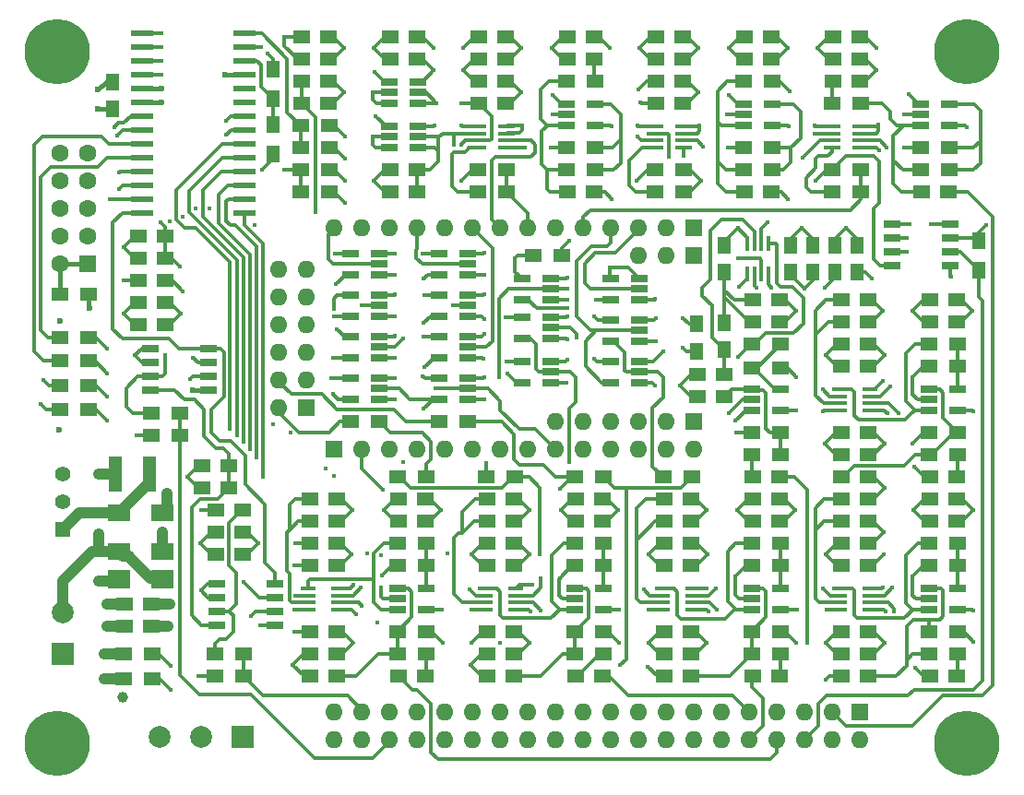
<source format=gbr>
G04 #@! TF.FileFunction,Copper,L6,Bot,Signal*
%FSLAX46Y46*%
G04 Gerber Fmt 4.6, Leading zero omitted, Abs format (unit mm)*
G04 Created by KiCad (PCBNEW 4.0.6) date 04/24/18 14:39:14*
%MOMM*%
%LPD*%
G01*
G04 APERTURE LIST*
%ADD10C,0.100000*%
%ADD11C,6.000000*%
%ADD12R,1.500000X1.300000*%
%ADD13R,1.560000X0.650000*%
%ADD14O,1.600000X1.600000*%
%ADD15R,1.600000X1.600000*%
%ADD16R,1.400000X0.400000*%
%ADD17R,1.500000X1.250000*%
%ADD18C,1.600000*%
%ADD19R,2.000000X1.600000*%
%ADD20R,1.250000X1.500000*%
%ADD21R,2.000000X2.000000*%
%ADD22C,2.000000*%
%ADD23R,1.200000X3.300000*%
%ADD24R,2.000000X1.700000*%
%ADD25R,1.300000X1.500000*%
%ADD26R,1.550000X0.650000*%
%ADD27R,1.400000X1.400000*%
%ADD28C,1.400000*%
%ADD29R,0.400000X1.400000*%
%ADD30R,1.560000X0.400000*%
%ADD31R,2.000000X0.600000*%
%ADD32C,0.400000*%
%ADD33C,1.000000*%
%ADD34C,0.600000*%
%ADD35C,0.300000*%
%ADD36C,1.000000*%
%ADD37C,0.450000*%
G04 APERTURE END LIST*
D10*
D11*
X86750000Y66750000D03*
D12*
X68914000Y55880000D03*
X66214000Y55880000D03*
D13*
X33702000Y62042000D03*
X33702000Y62992000D03*
X33702000Y63942000D03*
X36402000Y63942000D03*
X36402000Y62042000D03*
X36402000Y62992000D03*
D14*
X54102000Y30226000D03*
X49022000Y32766000D03*
X51562000Y32766000D03*
X54102000Y32766000D03*
X56642000Y32766000D03*
X59182000Y32766000D03*
D15*
X61722000Y32766000D03*
D14*
X38862000Y30226000D03*
X41402000Y30226000D03*
X43942000Y30226000D03*
X46482000Y30226000D03*
X49022000Y30226000D03*
X51562000Y30226000D03*
X61722000Y30226000D03*
X31242000Y30226000D03*
X56642000Y30226000D03*
X33782000Y30226000D03*
X59182000Y30226000D03*
X36322000Y30226000D03*
D15*
X28702000Y30226000D03*
D14*
X23622000Y34036000D03*
X23622000Y46736000D03*
X23622000Y44196000D03*
X23622000Y41656000D03*
X23622000Y39116000D03*
X23622000Y36576000D03*
D15*
X26162000Y34036000D03*
D14*
X26162000Y36576000D03*
X26162000Y39116000D03*
X26162000Y41656000D03*
X26162000Y44196000D03*
X26162000Y46736000D03*
X56642000Y48006000D03*
X59182000Y48006000D03*
D15*
X61722000Y48006000D03*
X61722000Y50546000D03*
D14*
X36322000Y50546000D03*
X59182000Y50546000D03*
X33782000Y50546000D03*
X56642000Y50546000D03*
X31242000Y50546000D03*
X54102000Y50546000D03*
X28702000Y50546000D03*
X51562000Y50546000D03*
X49022000Y50546000D03*
X46482000Y50546000D03*
X43942000Y50546000D03*
X41402000Y50546000D03*
X38862000Y50546000D03*
D16*
X42542000Y15540000D03*
X42542000Y16180000D03*
X42542000Y16840000D03*
X42542000Y17480000D03*
X45342000Y17480000D03*
X45342000Y16840000D03*
X45342000Y16180000D03*
X45342000Y15540000D03*
D17*
X28936000Y13462000D03*
X26436000Y13462000D03*
D15*
X6096000Y47244000D03*
D18*
X3556000Y47244000D03*
X6096000Y49784000D03*
X3556000Y49784000D03*
X6096000Y52324000D03*
X3556000Y52324000D03*
X6096000Y54864000D03*
X3556000Y54864000D03*
X6096000Y57404000D03*
X3556000Y57404000D03*
D19*
X8922000Y20828000D03*
X12922000Y20828000D03*
D11*
X3250000Y3250000D03*
X86750000Y3250000D03*
X3250000Y66750000D03*
D19*
X8922000Y24384000D03*
X12922000Y24384000D03*
D17*
X9418000Y13970000D03*
X11918000Y13970000D03*
X9418000Y16002000D03*
X11918000Y16002000D03*
D20*
X74676000Y46502000D03*
X74676000Y49002000D03*
X76708000Y46502000D03*
X76708000Y49002000D03*
D17*
X34564000Y25654000D03*
X37064000Y25654000D03*
X37064000Y23622000D03*
X34564000Y23622000D03*
X28936000Y9398000D03*
X26436000Y9398000D03*
X26436000Y25654000D03*
X28936000Y25654000D03*
X26436000Y23622000D03*
X28936000Y23622000D03*
X28936000Y21590000D03*
X26436000Y21590000D03*
X28936000Y19558000D03*
X26436000Y19558000D03*
X28936000Y11430000D03*
X26436000Y11430000D03*
X50820000Y25654000D03*
X53320000Y25654000D03*
X53320000Y23622000D03*
X50820000Y23622000D03*
X45192000Y9398000D03*
X42692000Y9398000D03*
X42692000Y25654000D03*
X45192000Y25654000D03*
X42692000Y23622000D03*
X45192000Y23622000D03*
X45192000Y21590000D03*
X42692000Y21590000D03*
X45192000Y19558000D03*
X42692000Y19558000D03*
X45192000Y13462000D03*
X42692000Y13462000D03*
X45192000Y11430000D03*
X42692000Y11430000D03*
X67076000Y25654000D03*
X69576000Y25654000D03*
X69576000Y23622000D03*
X67076000Y23622000D03*
X61448000Y9398000D03*
X58948000Y9398000D03*
X58948000Y25654000D03*
X61448000Y25654000D03*
X58948000Y23622000D03*
X61448000Y23622000D03*
X61448000Y21590000D03*
X58948000Y21590000D03*
X61448000Y19558000D03*
X58948000Y19558000D03*
X61448000Y13462000D03*
X58948000Y13462000D03*
X61448000Y11430000D03*
X58948000Y11430000D03*
X83332000Y25654000D03*
X85832000Y25654000D03*
X85832000Y23622000D03*
X83332000Y23622000D03*
X77704000Y9398000D03*
X75204000Y9398000D03*
X75204000Y25654000D03*
X77704000Y25654000D03*
X75204000Y23622000D03*
X77704000Y23622000D03*
X77704000Y21590000D03*
X75204000Y21590000D03*
X77704000Y19558000D03*
X75204000Y19558000D03*
X77704000Y13462000D03*
X75204000Y13462000D03*
X77704000Y11430000D03*
X75204000Y11430000D03*
X67076000Y43942000D03*
X69576000Y43942000D03*
X69576000Y41910000D03*
X67076000Y41910000D03*
X64496000Y35052000D03*
X61996000Y35052000D03*
X64496000Y37084000D03*
X61996000Y37084000D03*
D20*
X64516000Y39390000D03*
X64516000Y41890000D03*
X61976000Y41763000D03*
X61976000Y39263000D03*
X64516000Y46502000D03*
X64516000Y49002000D03*
X70612000Y46502000D03*
X70612000Y49002000D03*
X72644000Y46502000D03*
X72644000Y49002000D03*
D17*
X83332000Y43942000D03*
X85832000Y43942000D03*
X85832000Y41910000D03*
X83332000Y41910000D03*
X75204000Y27686000D03*
X77704000Y27686000D03*
X75204000Y43942000D03*
X77704000Y43942000D03*
X75204000Y41910000D03*
X77704000Y41910000D03*
X77704000Y39878000D03*
X75204000Y39878000D03*
X77704000Y37846000D03*
X75204000Y37846000D03*
X75204000Y31750000D03*
X77704000Y31750000D03*
X75204000Y29718000D03*
X77704000Y29718000D03*
X66314000Y68072000D03*
X68814000Y68072000D03*
X68814000Y66040000D03*
X66314000Y66040000D03*
X76942000Y66040000D03*
X74442000Y66040000D03*
X74442000Y68072000D03*
X76942000Y68072000D03*
X74442000Y64008000D03*
X76942000Y64008000D03*
X60686000Y61976000D03*
X58186000Y61976000D03*
X52558000Y68072000D03*
X50058000Y68072000D03*
X60686000Y66040000D03*
X58186000Y66040000D03*
X58186000Y68072000D03*
X60686000Y68072000D03*
X58186000Y64008000D03*
X60686000Y64008000D03*
X44430000Y61976000D03*
X41930000Y61976000D03*
X41930000Y64008000D03*
X44430000Y64008000D03*
X44430000Y66040000D03*
X41930000Y66040000D03*
X41930000Y68072000D03*
X44430000Y68072000D03*
X52558000Y66040000D03*
X50058000Y66040000D03*
X36302000Y68072000D03*
X33802000Y68072000D03*
X36302000Y66040000D03*
X33802000Y66040000D03*
X36302000Y55880000D03*
X33802000Y55880000D03*
X36302000Y53848000D03*
X33802000Y53848000D03*
X25674000Y68072000D03*
X28174000Y68072000D03*
X25674000Y66040000D03*
X28174000Y66040000D03*
X25674000Y64008000D03*
X28174000Y64008000D03*
X25674000Y61976000D03*
X28174000Y61976000D03*
X13188000Y49784000D03*
X10688000Y49784000D03*
X13188000Y47752000D03*
X10688000Y47752000D03*
X13188000Y45720000D03*
X10688000Y45720000D03*
X13188000Y43688000D03*
X10688000Y43688000D03*
X13188000Y41656000D03*
X10688000Y41656000D03*
X19030000Y28702000D03*
X16530000Y28702000D03*
X19030000Y26670000D03*
X16530000Y26670000D03*
X20300000Y24638000D03*
X17800000Y24638000D03*
X20300000Y22606000D03*
X17800000Y22606000D03*
X20300000Y20574000D03*
X17800000Y20574000D03*
D20*
X8382000Y61488000D03*
X8382000Y63988000D03*
D21*
X3810000Y11430000D03*
D22*
X3810000Y15240000D03*
D21*
X20320000Y3810000D03*
D22*
X12700000Y3810000D03*
X16510000Y3810000D03*
D15*
X76962000Y6096000D03*
D14*
X76962000Y3556000D03*
X74422000Y6096000D03*
X74422000Y3556000D03*
X71882000Y6096000D03*
X71882000Y3556000D03*
X69342000Y6096000D03*
X69342000Y3556000D03*
X66802000Y6096000D03*
X66802000Y3556000D03*
X64262000Y6096000D03*
X64262000Y3556000D03*
X61722000Y6096000D03*
X61722000Y3556000D03*
X59182000Y6096000D03*
X59182000Y3556000D03*
X56642000Y6096000D03*
X56642000Y3556000D03*
X54102000Y6096000D03*
X54102000Y3556000D03*
X51562000Y6096000D03*
X51562000Y3556000D03*
X49022000Y6096000D03*
X49022000Y3556000D03*
X46482000Y6096000D03*
X46482000Y3556000D03*
X43942000Y6096000D03*
X43942000Y3556000D03*
X41402000Y6096000D03*
X41402000Y3556000D03*
X38862000Y6096000D03*
X38862000Y3556000D03*
X36322000Y6096000D03*
X36322000Y3556000D03*
X33782000Y6096000D03*
X33782000Y3556000D03*
X31242000Y6096000D03*
X31242000Y3556000D03*
X28702000Y6096000D03*
X28702000Y3556000D03*
D23*
X11710000Y27940000D03*
X8610000Y27940000D03*
D17*
X37064000Y9398000D03*
X34564000Y9398000D03*
X50820000Y9398000D03*
X53320000Y9398000D03*
X69576000Y9398000D03*
X67076000Y9398000D03*
X85832000Y9398000D03*
X83332000Y9398000D03*
X67076000Y27686000D03*
X69576000Y27686000D03*
X85832000Y27686000D03*
X83332000Y27686000D03*
X85070000Y53848000D03*
X82570000Y53848000D03*
X68814000Y53848000D03*
X66314000Y53848000D03*
X52558000Y53848000D03*
X50058000Y53848000D03*
D24*
X8922000Y18288000D03*
X12922000Y18288000D03*
D12*
X46910000Y48006000D03*
X49610000Y48006000D03*
X32846000Y32766000D03*
X30146000Y32766000D03*
X40974000Y32766000D03*
X38274000Y32766000D03*
X12018000Y9144000D03*
X9318000Y9144000D03*
X12018000Y11430000D03*
X9318000Y11430000D03*
X6176000Y44450000D03*
X3476000Y44450000D03*
D25*
X87884000Y49356000D03*
X87884000Y46656000D03*
D12*
X34464000Y11430000D03*
X37164000Y11430000D03*
X37164000Y13462000D03*
X34464000Y13462000D03*
X37164000Y21590000D03*
X34464000Y21590000D03*
X34464000Y19558000D03*
X37164000Y19558000D03*
X50720000Y11430000D03*
X53420000Y11430000D03*
X53420000Y13462000D03*
X50720000Y13462000D03*
X53420000Y21590000D03*
X50720000Y21590000D03*
X50720000Y19558000D03*
X53420000Y19558000D03*
X66976000Y11430000D03*
X69676000Y11430000D03*
X69676000Y13462000D03*
X66976000Y13462000D03*
X69676000Y21590000D03*
X66976000Y21590000D03*
X66976000Y19558000D03*
X69676000Y19558000D03*
X83232000Y11430000D03*
X85932000Y11430000D03*
X85932000Y13462000D03*
X83232000Y13462000D03*
X85932000Y21590000D03*
X83232000Y21590000D03*
X83232000Y19558000D03*
X85932000Y19558000D03*
X69676000Y29718000D03*
X66976000Y29718000D03*
X66976000Y31750000D03*
X69676000Y31750000D03*
X69676000Y39878000D03*
X66976000Y39878000D03*
X69676000Y37719000D03*
X66976000Y37719000D03*
X83232000Y29718000D03*
X85932000Y29718000D03*
X83232000Y31750000D03*
X85932000Y31750000D03*
X85932000Y39878000D03*
X83232000Y39878000D03*
X83232000Y37846000D03*
X85932000Y37846000D03*
X45292000Y27686000D03*
X42592000Y27686000D03*
X34464000Y27686000D03*
X37164000Y27686000D03*
X61548000Y27686000D03*
X58848000Y27686000D03*
X53420000Y27686000D03*
X50720000Y27686000D03*
X77042000Y53848000D03*
X74342000Y53848000D03*
X77042000Y55880000D03*
X74342000Y55880000D03*
X85170000Y55880000D03*
X82470000Y55880000D03*
X82470000Y57912000D03*
X85170000Y57912000D03*
X74342000Y61976000D03*
X77042000Y61976000D03*
X60786000Y53848000D03*
X58086000Y53848000D03*
X60786000Y55880000D03*
X58086000Y55880000D03*
X66214000Y57912000D03*
X68914000Y57912000D03*
X68914000Y64008000D03*
X66214000Y64008000D03*
X44530000Y53848000D03*
X41830000Y53848000D03*
X44530000Y55880000D03*
X41830000Y55880000D03*
X52658000Y55880000D03*
X49958000Y55880000D03*
X49958000Y57912000D03*
X52658000Y57912000D03*
X52658000Y64008000D03*
X49958000Y64008000D03*
X14558000Y31496000D03*
X11858000Y31496000D03*
X11858000Y33528000D03*
X14558000Y33528000D03*
X20400000Y9398000D03*
X17700000Y9398000D03*
X17700000Y11430000D03*
X20400000Y11430000D03*
X3476000Y40513000D03*
X6176000Y40513000D03*
X3476000Y38354000D03*
X6176000Y38354000D03*
X3476000Y36068000D03*
X6176000Y36068000D03*
X3476000Y33909000D03*
X6176000Y33909000D03*
X25574000Y59944000D03*
X28274000Y59944000D03*
X28274000Y57912000D03*
X25574000Y57912000D03*
X25574000Y55880000D03*
X28274000Y55880000D03*
X28274000Y53848000D03*
X25574000Y53848000D03*
D25*
X23114000Y62404000D03*
X23114000Y65104000D03*
X23114000Y57324000D03*
X23114000Y60024000D03*
D26*
X79850000Y47117000D03*
X79850000Y48387000D03*
X79850000Y49657000D03*
X79850000Y50927000D03*
X85250000Y50927000D03*
X85250000Y49657000D03*
X85250000Y48387000D03*
X85250000Y47117000D03*
D27*
X3810000Y22860000D03*
D28*
X3810000Y27940000D03*
X3810000Y25400000D03*
D13*
X40974000Y40574000D03*
X40974000Y39624000D03*
X40974000Y38674000D03*
X38274000Y38674000D03*
X38274000Y40574000D03*
X40974000Y44384000D03*
X40974000Y43434000D03*
X40974000Y42484000D03*
X38274000Y42484000D03*
X38274000Y44384000D03*
X40974000Y48194000D03*
X40974000Y47244000D03*
X40974000Y46294000D03*
X38274000Y46294000D03*
X38274000Y48194000D03*
X32846000Y40574000D03*
X32846000Y39624000D03*
X32846000Y38674000D03*
X30146000Y38674000D03*
X30146000Y40574000D03*
X32846000Y44384000D03*
X32846000Y43434000D03*
X32846000Y42484000D03*
X30146000Y42484000D03*
X30146000Y44384000D03*
X32846000Y48194000D03*
X32846000Y47244000D03*
X32846000Y46294000D03*
X30146000Y46294000D03*
X30146000Y48194000D03*
X34464000Y15560000D03*
X34464000Y16510000D03*
X34464000Y17460000D03*
X37164000Y17460000D03*
X37164000Y15560000D03*
D16*
X26286000Y15540000D03*
X26286000Y16180000D03*
X26286000Y16840000D03*
X26286000Y17480000D03*
X29086000Y17480000D03*
X29086000Y16840000D03*
X29086000Y16180000D03*
X29086000Y15540000D03*
D13*
X50720000Y15560000D03*
X50720000Y16510000D03*
X50720000Y17460000D03*
X53420000Y17460000D03*
X53420000Y15560000D03*
X66976000Y15560000D03*
X66976000Y16510000D03*
X66976000Y17460000D03*
X69676000Y17460000D03*
X69676000Y15560000D03*
D16*
X58798000Y15540000D03*
X58798000Y16180000D03*
X58798000Y16840000D03*
X58798000Y17480000D03*
X61598000Y17480000D03*
X61598000Y16840000D03*
X61598000Y16180000D03*
X61598000Y15540000D03*
D13*
X83232000Y15560000D03*
X83232000Y16510000D03*
X83232000Y17460000D03*
X85932000Y17460000D03*
X85932000Y15560000D03*
D16*
X75054000Y15540000D03*
X75054000Y16180000D03*
X75054000Y16840000D03*
X75054000Y17480000D03*
X77854000Y17480000D03*
X77854000Y16840000D03*
X77854000Y16180000D03*
X77854000Y15540000D03*
D13*
X66976000Y33848000D03*
X66976000Y34798000D03*
X66976000Y35748000D03*
X69676000Y35748000D03*
X69676000Y33848000D03*
D29*
X66594000Y49152000D03*
X67234000Y49152000D03*
X67894000Y49152000D03*
X68534000Y49152000D03*
X68534000Y46352000D03*
X67894000Y46352000D03*
X67234000Y46352000D03*
X66594000Y46352000D03*
D13*
X83232000Y33848000D03*
X83232000Y34798000D03*
X83232000Y35748000D03*
X85932000Y35748000D03*
X85932000Y33848000D03*
D16*
X75054000Y33828000D03*
X75054000Y34468000D03*
X75054000Y35128000D03*
X75054000Y35768000D03*
X77854000Y35768000D03*
X77854000Y35128000D03*
X77854000Y34468000D03*
X77854000Y33828000D03*
D13*
X32846000Y36764000D03*
X32846000Y35814000D03*
X32846000Y34864000D03*
X30146000Y34864000D03*
X30146000Y36764000D03*
X40974000Y36764000D03*
X40974000Y35814000D03*
X40974000Y34864000D03*
X38274000Y34864000D03*
X38274000Y36764000D03*
X48594000Y38288000D03*
X48594000Y37338000D03*
X48594000Y36388000D03*
X45894000Y36388000D03*
X45894000Y38288000D03*
X48594000Y42352000D03*
X48594000Y41402000D03*
X48594000Y40452000D03*
X45894000Y40452000D03*
X45894000Y42352000D03*
X48594000Y45908000D03*
X48594000Y44958000D03*
X48594000Y44008000D03*
X45894000Y44008000D03*
X45894000Y45908000D03*
X56722000Y45908000D03*
X56722000Y44958000D03*
X56722000Y44008000D03*
X54022000Y44008000D03*
X54022000Y45908000D03*
X56722000Y38288000D03*
X56722000Y37338000D03*
X56722000Y36388000D03*
X54022000Y36388000D03*
X54022000Y38288000D03*
X56722000Y42098000D03*
X56722000Y41148000D03*
X56722000Y40198000D03*
X54022000Y40198000D03*
X54022000Y42098000D03*
D30*
X74342000Y57948000D03*
X74342000Y58598000D03*
X74342000Y59258000D03*
X74342000Y59908000D03*
X77042000Y59908000D03*
X77042000Y59258000D03*
X77042000Y58598000D03*
X77042000Y57948000D03*
D13*
X82470000Y60010000D03*
X82470000Y60960000D03*
X82470000Y61910000D03*
X85170000Y61910000D03*
X85170000Y60010000D03*
D30*
X58086000Y57948000D03*
X58086000Y58598000D03*
X58086000Y59258000D03*
X58086000Y59908000D03*
X60786000Y59908000D03*
X60786000Y59258000D03*
X60786000Y58598000D03*
X60786000Y57948000D03*
D13*
X66214000Y60010000D03*
X66214000Y60960000D03*
X66214000Y61910000D03*
X68914000Y61910000D03*
X68914000Y60010000D03*
D30*
X41830000Y57948000D03*
X41830000Y58598000D03*
X41830000Y59258000D03*
X41830000Y59908000D03*
X44530000Y59908000D03*
X44530000Y59258000D03*
X44530000Y58598000D03*
X44530000Y57948000D03*
D13*
X49958000Y60010000D03*
X49958000Y60960000D03*
X49958000Y61910000D03*
X52658000Y61910000D03*
X52658000Y60010000D03*
X33702000Y57978000D03*
X33702000Y58928000D03*
X33702000Y59878000D03*
X36402000Y59878000D03*
X36402000Y57978000D03*
X36402000Y58928000D03*
D26*
X11778000Y35687000D03*
X11778000Y36957000D03*
X11778000Y38227000D03*
X11778000Y39497000D03*
X17178000Y39497000D03*
X17178000Y38227000D03*
X17178000Y36957000D03*
X17178000Y35687000D03*
X17874000Y14097000D03*
X17874000Y15367000D03*
X17874000Y16637000D03*
X17874000Y17907000D03*
X23274000Y17907000D03*
X23274000Y16637000D03*
X23274000Y15367000D03*
X23274000Y14097000D03*
D31*
X11048000Y51943000D03*
X11048000Y53213000D03*
X11048000Y54483000D03*
X11048000Y55753000D03*
X11048000Y57023000D03*
X11048000Y58293000D03*
X11048000Y59563000D03*
X11048000Y60833000D03*
X11048000Y62103000D03*
X11048000Y63373000D03*
X11048000Y64643000D03*
X11048000Y65913000D03*
X11048000Y67183000D03*
X11048000Y68453000D03*
X20448000Y68453000D03*
X20448000Y67183000D03*
X20448000Y65913000D03*
X20448000Y64643000D03*
X20448000Y63373000D03*
X20448000Y62103000D03*
X20448000Y60833000D03*
X20448000Y59563000D03*
X20448000Y58293000D03*
X20448000Y57023000D03*
X20448000Y55753000D03*
X20448000Y54483000D03*
X20448000Y53213000D03*
X20448000Y51943000D03*
D32*
X34290000Y44450000D03*
X28638500Y43116500D03*
X36830000Y36957000D03*
X42481500Y36893500D03*
X28956000Y41275000D03*
X34290000Y40640000D03*
X36957000Y44386500D03*
X36893500Y40576500D03*
X42481500Y44513500D03*
X42481500Y40830500D03*
X42481500Y48260000D03*
X36830000Y48196500D03*
X34290000Y48196500D03*
X28765500Y48196500D03*
X41275000Y15557500D03*
X38608000Y15544800D03*
X52514500Y42481500D03*
X58229500Y42291000D03*
X54000400Y46939200D03*
X44399200Y42367200D03*
X50088800Y42468800D03*
X38506400Y24638000D03*
X41249600Y20574000D03*
X54711600Y24638000D03*
X54864000Y15544800D03*
X57556400Y20574000D03*
X71183500Y15494000D03*
X70993000Y24638000D03*
X71120000Y33845500D03*
X71056500Y42926000D03*
X73787000Y20574000D03*
X73787000Y38862000D03*
X87376000Y15430500D03*
X87312500Y24638000D03*
X87376000Y33718500D03*
X24130000Y68072000D03*
X32512000Y60833000D03*
X32385000Y64897000D03*
X37846000Y67056000D03*
X37846000Y65024000D03*
X37909500Y60007500D03*
X40513000Y67056000D03*
X40513000Y65024000D03*
X54165500Y59880500D03*
X53975000Y67056000D03*
X56705500Y67056000D03*
X56769000Y62103000D03*
X70421500Y59880500D03*
X70294500Y67056000D03*
X73025000Y67056000D03*
X86741000Y59817000D03*
X25082500Y21590000D03*
X25019000Y19558000D03*
X25019000Y15557500D03*
X87249000Y42926000D03*
X81216500Y49657000D03*
X78041500Y45910500D03*
X65722500Y50546000D03*
X60706000Y39560500D03*
X40322500Y58229500D03*
X40386000Y61976000D03*
X71691500Y57023000D03*
X73533000Y33718500D03*
X57531000Y15557500D03*
X73850500Y15557500D03*
X56515000Y58928000D03*
D33*
X7620000Y9144000D03*
X7874000Y16002000D03*
X7874000Y13970000D03*
X7112000Y18161000D03*
D32*
X30353000Y24638000D03*
X33274000Y24638000D03*
X41148000Y17399000D03*
X41249600Y12446000D03*
X49466500Y24638000D03*
X49403000Y18415000D03*
X42418000Y38544500D03*
X42481500Y42227500D03*
X42481500Y46228000D03*
X34290000Y38608000D03*
X34290000Y42418000D03*
X34290000Y46291500D03*
X57467500Y10287000D03*
X73558400Y17475200D03*
X79095600Y20574000D03*
X50101500Y43942000D03*
X50101500Y40322500D03*
X38658800Y12446000D03*
X46634400Y20574000D03*
X46634400Y24638000D03*
X54813200Y12446000D03*
X57505600Y12446000D03*
X62941200Y20574000D03*
X62890400Y24638000D03*
X71056500Y12446000D03*
X65468500Y18542000D03*
X65659000Y24638000D03*
X65595500Y31750000D03*
X71120000Y36893500D03*
X73787000Y9080500D03*
X73787000Y12446000D03*
X79121000Y22606000D03*
X79184500Y26670000D03*
X79184500Y30797500D03*
X87376000Y12573000D03*
X81788000Y18542000D03*
X81851500Y24638000D03*
X81788000Y30734000D03*
X81788000Y36830000D03*
X79184500Y38862000D03*
X22098000Y55880000D03*
X29718000Y52832000D03*
X29591000Y67056000D03*
X29591000Y62992000D03*
X29718000Y56896000D03*
X32321500Y54864000D03*
X32194500Y58928000D03*
X32258000Y62992000D03*
X32321500Y67056000D03*
X45847000Y62992000D03*
X45847000Y67056000D03*
X48641000Y67056000D03*
X48704500Y60960000D03*
X48577500Y57912000D03*
X62103000Y62992000D03*
X62103000Y67056000D03*
X64770000Y60960000D03*
X64833500Y57912000D03*
X64897000Y67056000D03*
X78422500Y67056000D03*
X78422500Y65024000D03*
X81026000Y57912000D03*
X81026000Y60960000D03*
X30289500Y20574000D03*
X25146000Y16827500D03*
X25019000Y13462000D03*
X41211500Y10414000D03*
X24892000Y10477500D03*
X16446500Y17272000D03*
X16383000Y21590000D03*
X15176500Y27686000D03*
D34*
X3492500Y42037000D03*
D32*
X10414000Y38862000D03*
X9398000Y42672000D03*
X9398000Y48768000D03*
X79057500Y42926000D03*
X81788000Y42926000D03*
X85280500Y46101000D03*
X81216500Y48387000D03*
X71628000Y50609500D03*
X75692000Y50609500D03*
X64516000Y44831000D03*
X60706000Y42291000D03*
X60452000Y36068000D03*
X58166000Y36068000D03*
X58229500Y40195500D03*
X58166000Y44069000D03*
X50038000Y36385500D03*
X42481500Y34861500D03*
X34290000Y34861500D03*
X9398000Y45720000D03*
X10541000Y31496000D03*
X16510000Y24638000D03*
X16256000Y9398000D03*
X33083500Y18669000D03*
X32956500Y17526000D03*
X73533000Y35750500D03*
X57086500Y17399000D03*
X64897000Y33528000D03*
X68453000Y51054000D03*
X78613000Y60071000D03*
X62230000Y59944000D03*
X45974000Y59944000D03*
D34*
X12827000Y63373000D03*
D33*
X9271000Y7493000D03*
D34*
X6985000Y63246000D03*
X3429000Y32004000D03*
D33*
X13335000Y26162000D03*
X12954000Y22606000D03*
X13589000Y16002000D03*
X13462000Y13970000D03*
D32*
X83439000Y50927000D03*
X46634400Y12446000D03*
X46863000Y17780000D03*
X73723500Y30734000D03*
X79057500Y36512500D03*
X68834000Y45085000D03*
X28448000Y36766500D03*
X71882000Y44958000D03*
X30378400Y12446000D03*
X30480000Y17780000D03*
X62890400Y12446000D03*
X79184500Y12446000D03*
X22606000Y66548000D03*
X29718000Y54864000D03*
X29718000Y58928000D03*
X21717000Y21590000D03*
X14605000Y42672000D03*
X73723500Y45085000D03*
X58928000Y39243000D03*
X52514500Y38544500D03*
X44513500Y38290500D03*
X50101500Y38481000D03*
X50101500Y46037500D03*
X45275500Y47752000D03*
X34290000Y36766500D03*
X21907500Y14097000D03*
X79057500Y17589500D03*
X62865000Y17462500D03*
D33*
X7620000Y11430000D03*
D34*
X18669000Y64643000D03*
X12827000Y62103000D03*
X6985000Y61468000D03*
X6223000Y43180000D03*
X15748000Y35687000D03*
D32*
X31115000Y17526000D03*
X39560500Y43434000D03*
X31242000Y43434000D03*
X34988500Y40386000D03*
X79692500Y36004500D03*
X30734000Y15113000D03*
X65849500Y45148500D03*
X79438500Y33528000D03*
X46736000Y15341600D03*
X63042800Y15341600D03*
X79298800Y15341600D03*
X79908400Y17576800D03*
X65786000Y47752000D03*
X31242000Y15875000D03*
X67437000Y45085000D03*
X80518000Y33528000D03*
X80060800Y15341600D03*
X63804800Y15494000D03*
X47650400Y15443200D03*
X37973000Y35814000D03*
X28575000Y35306000D03*
X63703200Y17475200D03*
X33147000Y26543000D03*
X47625000Y18415000D03*
X13652500Y8128000D03*
X13652500Y10350500D03*
X50292000Y49428400D03*
D33*
X7112000Y22479000D03*
X7112000Y27940000D03*
D32*
X59436000Y57086500D03*
X39687500Y58166000D03*
X72771000Y59245500D03*
X13398500Y35687000D03*
X14541500Y46990000D03*
X21399500Y50863500D03*
X12763500Y51054000D03*
X26987500Y52006500D03*
X38100000Y62039500D03*
X7874000Y39497000D03*
X7874000Y37211000D03*
X7874000Y35052000D03*
X7874000Y32893000D03*
X13589000Y51181000D03*
X14795500Y51625500D03*
X16002000Y52324000D03*
X17272000Y52324000D03*
X36957000Y37782500D03*
X36893500Y41846500D03*
X35052000Y29083000D03*
X36893500Y45910500D03*
X28575000Y38671500D03*
X33020000Y20510500D03*
X28702000Y42481500D03*
X28829000Y45402500D03*
X31686500Y20701000D03*
X81978500Y10223500D03*
X72072500Y12446000D03*
X81915000Y28638500D03*
X43942000Y12446000D03*
X39116000Y20701000D03*
X36893500Y33972500D03*
X50292000Y29083000D03*
X47561500Y20574000D03*
X54927500Y10414000D03*
X70358000Y53213000D03*
X54165500Y53213000D03*
X88519000Y50800000D03*
X18732500Y60388500D03*
X24701500Y31750000D03*
X23050500Y32512000D03*
X18796000Y59118500D03*
X19113500Y32131000D03*
X19748500Y31496000D03*
X20383500Y30924500D03*
X20955000Y30289500D03*
X21526500Y29527500D03*
X22161500Y27749500D03*
X12827000Y64643000D03*
X32639000Y14351000D03*
X28638500Y27813000D03*
X12827000Y65913000D03*
X12827000Y68453000D03*
X27940000Y28511500D03*
X12827000Y67183000D03*
X34353500Y31750000D03*
X72898000Y54864000D03*
X40386000Y54927500D03*
X56451500Y54864000D03*
X81470500Y50927000D03*
X49403000Y26606500D03*
X62357000Y54864000D03*
X8763000Y59055000D03*
X2032000Y36576000D03*
X1778000Y34417000D03*
X8509000Y59817000D03*
X78740000Y57658000D03*
X46164500Y57912000D03*
X60769500Y57150000D03*
X44577000Y37211000D03*
X50952400Y40538400D03*
X50088800Y43180000D03*
X52273200Y44958000D03*
X79375000Y57975500D03*
X46164500Y57086500D03*
X62547500Y58039000D03*
X81407000Y62865000D03*
X72771000Y59944000D03*
X64897000Y62738000D03*
X56515000Y59944000D03*
X48768000Y62738000D03*
X40386000Y59944000D03*
X15748000Y38671500D03*
X8953500Y54165500D03*
X8128000Y53213000D03*
X21018500Y14922500D03*
X15494000Y36703000D03*
X8953500Y55689500D03*
X20383500Y18034000D03*
X70485000Y63119000D03*
X56642000Y63246000D03*
X65532000Y32893000D03*
X65786000Y38735000D03*
X42672000Y29019500D03*
X43815000Y36893500D03*
X52730400Y43992800D03*
X50088800Y44958000D03*
X24130000Y55880000D03*
X21971000Y67183000D03*
X14795500Y44767500D03*
X13208000Y38862000D03*
D35*
X34224000Y44384000D02*
X34290000Y44450000D01*
X32846000Y44384000D02*
X34224000Y44384000D01*
X29337000Y44386500D02*
X30143500Y44386500D01*
X28956000Y44386500D02*
X28638500Y44069000D01*
X29337000Y44386500D02*
X28956000Y44386500D01*
X28638500Y43116500D02*
X28638500Y44069000D01*
X37023000Y36764000D02*
X36830000Y36957000D01*
X38274000Y36764000D02*
X37023000Y36764000D01*
X42352000Y36764000D02*
X42481500Y36893500D01*
X42352000Y36764000D02*
X40974000Y36764000D01*
X30146000Y44384000D02*
X30143500Y44386500D01*
X29657000Y40574000D02*
X28956000Y41275000D01*
X34224000Y40574000D02*
X34290000Y40640000D01*
X34224000Y40574000D02*
X32846000Y40574000D01*
X38274000Y44384000D02*
X36959500Y44384000D01*
X36959500Y44384000D02*
X36957000Y44386500D01*
X38274000Y40574000D02*
X36896000Y40574000D01*
X36896000Y40574000D02*
X36893500Y40576500D01*
X40974000Y44384000D02*
X42352000Y44384000D01*
X42352000Y44384000D02*
X42481500Y44513500D01*
X40974000Y40574000D02*
X42225000Y40574000D01*
X42225000Y40574000D02*
X42481500Y40830500D01*
X40974000Y48194000D02*
X42415500Y48194000D01*
X42415500Y48194000D02*
X42481500Y48260000D01*
X38274000Y48194000D02*
X36832500Y48194000D01*
X36832500Y48194000D02*
X36830000Y48196500D01*
X30146000Y40574000D02*
X29657000Y40574000D01*
X32846000Y48194000D02*
X34287500Y48194000D01*
X34287500Y48194000D02*
X34290000Y48196500D01*
X30146000Y48194000D02*
X28768000Y48194000D01*
X28768000Y48194000D02*
X28765500Y48196500D01*
X41292500Y15540000D02*
X41275000Y15557500D01*
X42542000Y15540000D02*
X41292500Y15540000D01*
X38592800Y15560000D02*
X38608000Y15544800D01*
X38592800Y15560000D02*
X37164000Y15560000D01*
X52898000Y42098000D02*
X52514500Y42481500D01*
X54022000Y42098000D02*
X52898000Y42098000D01*
X58036500Y42098000D02*
X58229500Y42291000D01*
X58036500Y42098000D02*
X56722000Y42098000D01*
X56722000Y45908000D02*
X55690800Y46939200D01*
X54000400Y46939200D02*
X54000400Y45929600D01*
X55690800Y46939200D02*
X54000400Y46939200D01*
X54000400Y45929600D02*
X54022000Y45908000D01*
X44414400Y42352000D02*
X44399200Y42367200D01*
X45894000Y42352000D02*
X44414400Y42352000D01*
X49972000Y42352000D02*
X50088800Y42468800D01*
X49972000Y42352000D02*
X48594000Y42352000D01*
X37064000Y25654000D02*
X37490400Y25654000D01*
X37490400Y25654000D02*
X38506400Y24638000D01*
X38506400Y24638000D02*
X37490400Y23622000D01*
X37490400Y23622000D02*
X37064000Y23622000D01*
X42692000Y19558000D02*
X42265600Y19558000D01*
X42265600Y19558000D02*
X41249600Y20574000D01*
X41249600Y20574000D02*
X42265600Y21590000D01*
X42265600Y21590000D02*
X42692000Y21590000D01*
X53320000Y25654000D02*
X53695600Y25654000D01*
X53695600Y25654000D02*
X54711600Y24638000D01*
X54711600Y24638000D02*
X53695600Y23622000D01*
X53695600Y23622000D02*
X53320000Y23622000D01*
X53420000Y15560000D02*
X54848800Y15560000D01*
X54848800Y15560000D02*
X54864000Y15544800D01*
X58948000Y21590000D02*
X58572400Y21590000D01*
X58572400Y21590000D02*
X57556400Y20574000D01*
X57556400Y20574000D02*
X58572400Y19558000D01*
X58572400Y19558000D02*
X58948000Y19558000D01*
X69676000Y15560000D02*
X71117500Y15560000D01*
X71117500Y15560000D02*
X71183500Y15494000D01*
X69576000Y25654000D02*
X69977000Y25654000D01*
X69977000Y25654000D02*
X70993000Y24638000D01*
X70993000Y24638000D02*
X69977000Y23622000D01*
X69977000Y23622000D02*
X69576000Y23622000D01*
X69676000Y33848000D02*
X71117500Y33848000D01*
X71117500Y33848000D02*
X71120000Y33845500D01*
X69576000Y43942000D02*
X70040500Y43942000D01*
X70040500Y43942000D02*
X71056500Y42926000D01*
X71056500Y42926000D02*
X70040500Y41910000D01*
X70040500Y41910000D02*
X69576000Y41910000D01*
X75204000Y19558000D02*
X74803000Y19558000D01*
X74803000Y19558000D02*
X73787000Y20574000D01*
X73787000Y20574000D02*
X74803000Y21590000D01*
X74803000Y21590000D02*
X75204000Y21590000D01*
X75204000Y39878000D02*
X74803000Y39878000D01*
X74803000Y39878000D02*
X73787000Y38862000D01*
X73787000Y38862000D02*
X74803000Y37846000D01*
X74803000Y37846000D02*
X75204000Y37846000D01*
X85932000Y15560000D02*
X87246500Y15560000D01*
X87246500Y15560000D02*
X87376000Y15430500D01*
X85832000Y25654000D02*
X86296500Y25654000D01*
X86296500Y25654000D02*
X87312500Y24638000D01*
X87312500Y24638000D02*
X86296500Y23622000D01*
X86296500Y23622000D02*
X85832000Y23622000D01*
X85932000Y33848000D02*
X87246500Y33848000D01*
X87246500Y33848000D02*
X87376000Y33718500D01*
X25674000Y68072000D02*
X24130000Y68072000D01*
X24130000Y67246500D02*
X24130000Y68072000D01*
X24130000Y67246500D02*
X25336500Y66040000D01*
X25674000Y66040000D02*
X25336500Y66040000D01*
X33702000Y59878000D02*
X33467000Y59878000D01*
X33467000Y59878000D02*
X32512000Y60833000D01*
X33702000Y63942000D02*
X33340000Y63942000D01*
X33340000Y63942000D02*
X32385000Y64897000D01*
X36302000Y68072000D02*
X36830000Y68072000D01*
X36830000Y68072000D02*
X37846000Y67056000D01*
X36302000Y66040000D02*
X36830000Y66040000D01*
X36830000Y66040000D02*
X37846000Y65024000D01*
X36402000Y63942000D02*
X36764000Y63942000D01*
X36764000Y63942000D02*
X37846000Y65024000D01*
X36402000Y59878000D02*
X37780000Y59878000D01*
X37780000Y59878000D02*
X37909500Y60007500D01*
X41930000Y68072000D02*
X41529000Y68072000D01*
X41529000Y68072000D02*
X40513000Y67056000D01*
X41930000Y64008000D02*
X41529000Y64008000D01*
X41529000Y64008000D02*
X40513000Y65024000D01*
X41930000Y66040000D02*
X41529000Y66040000D01*
X41529000Y66040000D02*
X40513000Y65024000D01*
X52658000Y60010000D02*
X54036000Y60010000D01*
X54036000Y60010000D02*
X54165500Y59880500D01*
X52558000Y68072000D02*
X52959000Y68072000D01*
X52959000Y68072000D02*
X53975000Y67056000D01*
X58186000Y66040000D02*
X57721500Y66040000D01*
X57721500Y66040000D02*
X56705500Y67056000D01*
X58186000Y68072000D02*
X57721500Y68072000D01*
X57721500Y68072000D02*
X56705500Y67056000D01*
X58186000Y61976000D02*
X56896000Y61976000D01*
X56896000Y61976000D02*
X56769000Y62103000D01*
X68914000Y60010000D02*
X70292000Y60010000D01*
X70292000Y60010000D02*
X70421500Y59880500D01*
X68814000Y68072000D02*
X69278500Y68072000D01*
X69278500Y68072000D02*
X70294500Y67056000D01*
X68814000Y66040000D02*
X69278500Y66040000D01*
X69278500Y66040000D02*
X70294500Y67056000D01*
X74442000Y66040000D02*
X74041000Y66040000D01*
X74041000Y66040000D02*
X73025000Y67056000D01*
X74442000Y68072000D02*
X74041000Y68072000D01*
X74041000Y68072000D02*
X73025000Y67056000D01*
X85170000Y60010000D02*
X86548000Y60010000D01*
X86548000Y60010000D02*
X86741000Y59817000D01*
X26436000Y21590000D02*
X25082500Y21590000D01*
X26436000Y19558000D02*
X25019000Y19558000D01*
X26286000Y15540000D02*
X25036500Y15540000D01*
X25036500Y15540000D02*
X25019000Y15557500D01*
X85832000Y41910000D02*
X86233000Y41910000D01*
X86233000Y41910000D02*
X87249000Y42926000D01*
X85832000Y43942000D02*
X86233000Y43942000D01*
X86233000Y43942000D02*
X87249000Y42926000D01*
X79850000Y49657000D02*
X81216500Y49657000D01*
X76708000Y46502000D02*
X77450000Y46502000D01*
X77450000Y46502000D02*
X78041500Y45910500D01*
X66594000Y49152000D02*
X66594000Y49674500D01*
X66594000Y49674500D02*
X65722500Y50546000D01*
X64516000Y49002000D02*
X64516000Y49339500D01*
X64516000Y49339500D02*
X65722500Y50546000D01*
X61976000Y39263000D02*
X61003500Y39263000D01*
X61003500Y39263000D02*
X60706000Y39560500D01*
X41830000Y58598000D02*
X42977000Y58598000D01*
X43116500Y60789500D02*
X41930000Y61976000D01*
X43116500Y58737500D02*
X43116500Y60789500D01*
X42977000Y58598000D02*
X43116500Y58737500D01*
X41830000Y58598000D02*
X40691000Y58598000D01*
X40691000Y58598000D02*
X40322500Y58229500D01*
X41930000Y61976000D02*
X40386000Y61976000D01*
X74342000Y58598000D02*
X73266500Y58598000D01*
X73266500Y58598000D02*
X71691500Y57023000D01*
X75054000Y33828000D02*
X73642500Y33828000D01*
X73642500Y33828000D02*
X73533000Y33718500D01*
X58798000Y15540000D02*
X57548500Y15540000D01*
X57548500Y15540000D02*
X57531000Y15557500D01*
X75054000Y15540000D02*
X73868000Y15540000D01*
X73868000Y15540000D02*
X73850500Y15557500D01*
X58086000Y58598000D02*
X56845000Y58598000D01*
X56845000Y58598000D02*
X56515000Y58928000D01*
D36*
X9318000Y9144000D02*
X7620000Y9144000D01*
X9418000Y16002000D02*
X7874000Y16002000D01*
X9418000Y13970000D02*
X7874000Y13970000D01*
X8795000Y18161000D02*
X7112000Y18161000D01*
D35*
X34564000Y25654000D02*
X34290000Y25654000D01*
X34290000Y25654000D02*
X33274000Y24638000D01*
X33274000Y24638000D02*
X34290000Y23622000D01*
X34290000Y23622000D02*
X34564000Y23622000D01*
X41707000Y16840000D02*
X41148000Y17399000D01*
X42542000Y16840000D02*
X41707000Y16840000D01*
X41249600Y12446000D02*
X42265600Y13462000D01*
X50820000Y25654000D02*
X50482500Y25654000D01*
X50482500Y25654000D02*
X49466500Y24638000D01*
X49466500Y24638000D02*
X50482500Y23622000D01*
X50482500Y23622000D02*
X50820000Y23622000D01*
X50720000Y19558000D02*
X50546000Y19558000D01*
X50546000Y19558000D02*
X49403000Y18415000D01*
X49403000Y18415000D02*
X49339500Y18351500D01*
X49339500Y18351500D02*
X49339500Y16827500D01*
X49339500Y16827500D02*
X49657000Y16510000D01*
X49657000Y16510000D02*
X50720000Y16510000D01*
X40974000Y38674000D02*
X42288500Y38674000D01*
X42288500Y38674000D02*
X42418000Y38544500D01*
X40974000Y42484000D02*
X42225000Y42484000D01*
X42225000Y42484000D02*
X42481500Y42227500D01*
X40974000Y46294000D02*
X42415500Y46294000D01*
X42415500Y46294000D02*
X42481500Y46228000D01*
X32846000Y38674000D02*
X34224000Y38674000D01*
X34224000Y38674000D02*
X34290000Y38608000D01*
X32846000Y42484000D02*
X34224000Y42484000D01*
X34224000Y42484000D02*
X34290000Y42418000D01*
X32846000Y46294000D02*
X34287500Y46294000D01*
X34287500Y46294000D02*
X34290000Y46291500D01*
X58948000Y9398000D02*
X58356500Y9398000D01*
X58356500Y9398000D02*
X57467500Y10287000D01*
X75054000Y16840000D02*
X74193600Y16840000D01*
X74193600Y16840000D02*
X73558400Y17475200D01*
X77704000Y19558000D02*
X78079600Y19558000D01*
X78079600Y19558000D02*
X79095600Y20574000D01*
X50035500Y44008000D02*
X50101500Y43942000D01*
X48594000Y44008000D02*
X50035500Y44008000D01*
X49972000Y40452000D02*
X50101500Y40322500D01*
X49972000Y40452000D02*
X48594000Y40452000D01*
X37164000Y13462000D02*
X37642800Y13462000D01*
X37642800Y13462000D02*
X38658800Y12446000D01*
X42692000Y13462000D02*
X42265600Y13462000D01*
X45192000Y21590000D02*
X45618400Y21590000D01*
X45618400Y21590000D02*
X46634400Y20574000D01*
X46634400Y20574000D02*
X45618400Y19558000D01*
X45618400Y19558000D02*
X45192000Y19558000D01*
X45192000Y25654000D02*
X45618400Y25654000D01*
X45618400Y25654000D02*
X46634400Y24638000D01*
X46634400Y24638000D02*
X45618400Y23622000D01*
X45618400Y23622000D02*
X45192000Y23622000D01*
X50749200Y19558000D02*
X50292000Y19558000D01*
X53420000Y13462000D02*
X53797200Y13462000D01*
X53797200Y13462000D02*
X54813200Y12446000D01*
X58948000Y13462000D02*
X58521600Y13462000D01*
X58521600Y13462000D02*
X57505600Y12446000D01*
X57505600Y12446000D02*
X58521600Y11430000D01*
X58521600Y11430000D02*
X58948000Y11430000D01*
X61448000Y21590000D02*
X61925200Y21590000D01*
X61925200Y21590000D02*
X62941200Y20574000D01*
X62941200Y20574000D02*
X61925200Y19558000D01*
X61925200Y19558000D02*
X61448000Y19558000D01*
X61448000Y25654000D02*
X61874400Y25654000D01*
X61874400Y25654000D02*
X62890400Y24638000D01*
X62890400Y24638000D02*
X61874400Y23622000D01*
X61874400Y23622000D02*
X61448000Y23622000D01*
X69676000Y13462000D02*
X70040500Y13462000D01*
X70040500Y13462000D02*
X71056500Y12446000D01*
X66976000Y16510000D02*
X65849500Y16510000D01*
X65468500Y18542000D02*
X66484500Y19558000D01*
X65468500Y16891000D02*
X65468500Y18542000D01*
X65849500Y16510000D02*
X65468500Y16891000D01*
X66976000Y19558000D02*
X66484500Y19558000D01*
X67076000Y25654000D02*
X66675000Y25654000D01*
X66675000Y25654000D02*
X65659000Y24638000D01*
X65659000Y24638000D02*
X66675000Y23622000D01*
X66675000Y23622000D02*
X67076000Y23622000D01*
X66976000Y31750000D02*
X65595500Y31750000D01*
X69676000Y37719000D02*
X70294500Y37719000D01*
X70294500Y37719000D02*
X71120000Y36893500D01*
X75204000Y9398000D02*
X74104500Y9398000D01*
X74104500Y9398000D02*
X73787000Y9080500D01*
X75204000Y13462000D02*
X74803000Y13462000D01*
X74803000Y13462000D02*
X73787000Y12446000D01*
X73787000Y12446000D02*
X74803000Y11430000D01*
X74803000Y11430000D02*
X75204000Y11430000D01*
X78105000Y21590000D02*
X79121000Y22606000D01*
X79121000Y22606000D02*
X78105000Y23622000D01*
X78105000Y21590000D02*
X77704000Y21590000D01*
X77704000Y23622000D02*
X78105000Y23622000D01*
X77704000Y25654000D02*
X78168500Y25654000D01*
X78168500Y25654000D02*
X79184500Y26670000D01*
X77704000Y27686000D02*
X78168500Y27686000D01*
X78168500Y27686000D02*
X79184500Y26670000D01*
X77704000Y31750000D02*
X78232000Y31750000D01*
X78232000Y31750000D02*
X79184500Y30797500D01*
X79184500Y30797500D02*
X78105000Y29718000D01*
X78105000Y29718000D02*
X77704000Y29718000D01*
X85932000Y13462000D02*
X86487000Y13462000D01*
X86487000Y13462000D02*
X87376000Y12573000D01*
X83232000Y16510000D02*
X82105500Y16510000D01*
X81788000Y18542000D02*
X82804000Y19558000D01*
X81788000Y16827500D02*
X81788000Y18542000D01*
X82105500Y16510000D02*
X81788000Y16827500D01*
X83232000Y19558000D02*
X82804000Y19558000D01*
X83332000Y23622000D02*
X82867500Y23622000D01*
X82867500Y23622000D02*
X81851500Y24638000D01*
X83332000Y25654000D02*
X82867500Y25654000D01*
X82867500Y25654000D02*
X81851500Y24638000D01*
X83232000Y31750000D02*
X82804000Y31750000D01*
X82804000Y31750000D02*
X81788000Y30734000D01*
X83232000Y34798000D02*
X82232500Y34798000D01*
X81788000Y36830000D02*
X82804000Y37846000D01*
X81788000Y35242500D02*
X81788000Y36830000D01*
X82232500Y34798000D02*
X81788000Y35242500D01*
X83232000Y37846000D02*
X82804000Y37846000D01*
X77704000Y39878000D02*
X78168500Y39878000D01*
X78168500Y39878000D02*
X79184500Y38862000D01*
X79184500Y38862000D02*
X78168500Y37846000D01*
X78168500Y37846000D02*
X77704000Y37846000D01*
X23114000Y57324000D02*
X23114000Y56896000D01*
X23114000Y56896000D02*
X22098000Y55880000D01*
X28274000Y53848000D02*
X28702000Y53848000D01*
X28702000Y53848000D02*
X29718000Y52832000D01*
X28174000Y66040000D02*
X28575000Y66040000D01*
X28575000Y66040000D02*
X29591000Y67056000D01*
X29591000Y67056000D02*
X28575000Y68072000D01*
X28575000Y68072000D02*
X28174000Y68072000D01*
X28174000Y61976000D02*
X28575000Y61976000D01*
X28575000Y61976000D02*
X29591000Y62992000D01*
X28174000Y64008000D02*
X28575000Y64008000D01*
X28575000Y64008000D02*
X29591000Y62992000D01*
X28274000Y57912000D02*
X28702000Y57912000D01*
X28702000Y57912000D02*
X29718000Y56896000D01*
X33337500Y53848000D02*
X32321500Y54864000D01*
X32321500Y54864000D02*
X33337500Y55880000D01*
X33337500Y53848000D02*
X33802000Y53848000D01*
X33802000Y55880000D02*
X33337500Y55880000D01*
X33702000Y57978000D02*
X32446000Y57978000D01*
X32194500Y58928000D02*
X33702000Y58928000D01*
X32194500Y58229500D02*
X32194500Y58928000D01*
X32446000Y57978000D02*
X32194500Y58229500D01*
X33702000Y62992000D02*
X32258000Y62992000D01*
X32573000Y62042000D02*
X33702000Y62042000D01*
X32258000Y62357000D02*
X32573000Y62042000D01*
X32258000Y62992000D02*
X32258000Y62357000D01*
X33802000Y66040000D02*
X33337500Y66040000D01*
X33337500Y66040000D02*
X32321500Y67056000D01*
X33802000Y68072000D02*
X33337500Y68072000D01*
X33337500Y68072000D02*
X32321500Y67056000D01*
X44430000Y61976000D02*
X44831000Y61976000D01*
X44831000Y61976000D02*
X45847000Y62992000D01*
X44430000Y64008000D02*
X44831000Y64008000D01*
X44831000Y64008000D02*
X45847000Y62992000D01*
X44831000Y66040000D02*
X45847000Y67056000D01*
X45847000Y67056000D02*
X44831000Y68072000D01*
X44831000Y66040000D02*
X44430000Y66040000D01*
X44430000Y68072000D02*
X44831000Y68072000D01*
X50058000Y68072000D02*
X49657000Y68072000D01*
X49657000Y68072000D02*
X48641000Y67056000D01*
X50058000Y66040000D02*
X49657000Y66040000D01*
X49657000Y66040000D02*
X48641000Y67056000D01*
X49958000Y60960000D02*
X48704500Y60960000D01*
X49958000Y57912000D02*
X48577500Y57912000D01*
X60686000Y61976000D02*
X61087000Y61976000D01*
X61087000Y61976000D02*
X62103000Y62992000D01*
X60686000Y64008000D02*
X61087000Y64008000D01*
X61087000Y64008000D02*
X62103000Y62992000D01*
X60686000Y66040000D02*
X61087000Y66040000D01*
X61087000Y66040000D02*
X62103000Y67056000D01*
X60686000Y68072000D02*
X61087000Y68072000D01*
X61087000Y68072000D02*
X62103000Y67056000D01*
X66214000Y60960000D02*
X64770000Y60960000D01*
X66214000Y57912000D02*
X64833500Y57912000D01*
X66314000Y66040000D02*
X65913000Y66040000D01*
X65913000Y66040000D02*
X64897000Y67056000D01*
X66314000Y68072000D02*
X65913000Y68072000D01*
X65913000Y68072000D02*
X64897000Y67056000D01*
X76942000Y68072000D02*
X77406500Y68072000D01*
X77406500Y68072000D02*
X78422500Y67056000D01*
X76942000Y66040000D02*
X77406500Y66040000D01*
X77406500Y66040000D02*
X78422500Y65024000D01*
X76942000Y64008000D02*
X77406500Y64008000D01*
X77406500Y64008000D02*
X78422500Y65024000D01*
X82470000Y57912000D02*
X81026000Y57912000D01*
X82470000Y60960000D02*
X81026000Y60960000D01*
X28936000Y21590000D02*
X29273500Y21590000D01*
X29273500Y21590000D02*
X30289500Y20574000D01*
X30289500Y20574000D02*
X29273500Y19558000D01*
X29273500Y19558000D02*
X28936000Y19558000D01*
X28936000Y23622000D02*
X29337000Y23622000D01*
X29337000Y23622000D02*
X30353000Y24638000D01*
X28936000Y25654000D02*
X29337000Y25654000D01*
X29337000Y25654000D02*
X30353000Y24638000D01*
X26286000Y16840000D02*
X25158500Y16840000D01*
X25158500Y16840000D02*
X25146000Y16827500D01*
X26436000Y13462000D02*
X25019000Y13462000D01*
X42692000Y11430000D02*
X42227500Y11430000D01*
X42227500Y11430000D02*
X41211500Y10414000D01*
X42692000Y9398000D02*
X42227500Y9398000D01*
X42227500Y9398000D02*
X41211500Y10414000D01*
X26436000Y11430000D02*
X25844500Y11430000D01*
X25844500Y11430000D02*
X24892000Y10477500D01*
X26436000Y9398000D02*
X25971500Y9398000D01*
X25971500Y9398000D02*
X24892000Y10477500D01*
X17874000Y16637000D02*
X17081500Y16637000D01*
X17081500Y17907000D02*
X16446500Y17272000D01*
X17081500Y17907000D02*
X17874000Y17907000D01*
X17081500Y16637000D02*
X16446500Y17272000D01*
X17800000Y22606000D02*
X17399000Y22606000D01*
X17399000Y22606000D02*
X16383000Y21590000D01*
X17800000Y20574000D02*
X17399000Y20574000D01*
X17399000Y20574000D02*
X16383000Y21590000D01*
X16530000Y28702000D02*
X16192500Y28702000D01*
X16192500Y28702000D02*
X15176500Y27686000D01*
X16530000Y26670000D02*
X16192500Y26670000D01*
X16192500Y26670000D02*
X15176500Y27686000D01*
X11778000Y39497000D02*
X11049000Y39497000D01*
X11049000Y39497000D02*
X10414000Y38862000D01*
X11778000Y38227000D02*
X11049000Y38227000D01*
X11049000Y38227000D02*
X10414000Y38862000D01*
X10688000Y41656000D02*
X10414000Y41656000D01*
X10414000Y41656000D02*
X9398000Y42672000D01*
X10688000Y43688000D02*
X10414000Y43688000D01*
X10414000Y43688000D02*
X9398000Y42672000D01*
X10688000Y47752000D02*
X10414000Y47752000D01*
X10414000Y47752000D02*
X9398000Y48768000D01*
X10688000Y49784000D02*
X10414000Y49784000D01*
X10414000Y49784000D02*
X9398000Y48768000D01*
X77704000Y41910000D02*
X78041500Y41910000D01*
X78041500Y41910000D02*
X79057500Y42926000D01*
X77704000Y43942000D02*
X78041500Y43942000D01*
X78041500Y43942000D02*
X79057500Y42926000D01*
X83332000Y41910000D02*
X82804000Y41910000D01*
X82804000Y41910000D02*
X81788000Y42926000D01*
X83332000Y43942000D02*
X82804000Y43942000D01*
X82804000Y43942000D02*
X81788000Y42926000D01*
X85250000Y47117000D02*
X85250000Y46131500D01*
X85250000Y46131500D02*
X85280500Y46101000D01*
X79850000Y48387000D02*
X81216500Y48387000D01*
X70612000Y49002000D02*
X70612000Y49593500D01*
X70612000Y49593500D02*
X71628000Y50609500D01*
X72644000Y49002000D02*
X72644000Y49593500D01*
X72644000Y49593500D02*
X71628000Y50609500D01*
X76708000Y49002000D02*
X76708000Y49593500D01*
X76708000Y49593500D02*
X75692000Y50609500D01*
X74676000Y49002000D02*
X74676000Y49593500D01*
X74676000Y49593500D02*
X75692000Y50609500D01*
X67076000Y41910000D02*
X66802000Y41910000D01*
X66802000Y41910000D02*
X64516000Y44196000D01*
X67076000Y43942000D02*
X65405000Y43942000D01*
X65405000Y43942000D02*
X64516000Y44831000D01*
X64516000Y41890000D02*
X64516000Y44196000D01*
X64516000Y44196000D02*
X64516000Y44831000D01*
X64516000Y44831000D02*
X64516000Y46502000D01*
X61976000Y41763000D02*
X61234000Y41763000D01*
X61234000Y41763000D02*
X60706000Y42291000D01*
X61996000Y37084000D02*
X61468000Y37084000D01*
X61468000Y37084000D02*
X60452000Y36068000D01*
X61996000Y35052000D02*
X61468000Y35052000D01*
X61468000Y35052000D02*
X60452000Y36068000D01*
X56722000Y36388000D02*
X57846000Y36388000D01*
X57846000Y36388000D02*
X58166000Y36068000D01*
X56722000Y40198000D02*
X58227000Y40198000D01*
X58227000Y40198000D02*
X58229500Y40195500D01*
X56722000Y44008000D02*
X58105000Y44008000D01*
X58105000Y44008000D02*
X58166000Y44069000D01*
X48594000Y36388000D02*
X50035500Y36388000D01*
X50035500Y36388000D02*
X50038000Y36385500D01*
X40974000Y34864000D02*
X42479000Y34864000D01*
X42479000Y34864000D02*
X42481500Y34861500D01*
X32846000Y34864000D02*
X34287500Y34864000D01*
X34287500Y34864000D02*
X34290000Y34861500D01*
X10688000Y45720000D02*
X9398000Y45720000D01*
X11858000Y31496000D02*
X10541000Y31496000D01*
X17800000Y24638000D02*
X16510000Y24638000D01*
X17700000Y9398000D02*
X16256000Y9398000D01*
X34464000Y19558000D02*
X33972500Y19558000D01*
X33972500Y19558000D02*
X33083500Y18669000D01*
X34464000Y16510000D02*
X33147000Y16510000D01*
X32956500Y16700500D02*
X32956500Y17526000D01*
X33147000Y16510000D02*
X32956500Y16700500D01*
X75054000Y35128000D02*
X74155500Y35128000D01*
X74155500Y35128000D02*
X73533000Y35750500D01*
X58798000Y16840000D02*
X57645500Y16840000D01*
X57645500Y16840000D02*
X57086500Y17399000D01*
X66976000Y34798000D02*
X66167000Y34798000D01*
X66167000Y34798000D02*
X64897000Y33528000D01*
X67894000Y49152000D02*
X67894000Y50495000D01*
X67894000Y50495000D02*
X68453000Y51054000D01*
X77042000Y59258000D02*
X78435000Y59258000D01*
X78450000Y59908000D02*
X78613000Y60071000D01*
X78450000Y59908000D02*
X77042000Y59908000D01*
X78613000Y59436000D02*
X78613000Y60071000D01*
X78435000Y59258000D02*
X78613000Y59436000D01*
X60786000Y59258000D02*
X62052000Y59258000D01*
X62194000Y59908000D02*
X62230000Y59944000D01*
X62194000Y59908000D02*
X60786000Y59908000D01*
X62230000Y59436000D02*
X62230000Y59944000D01*
X62052000Y59258000D02*
X62230000Y59436000D01*
X44530000Y59258000D02*
X44581000Y59309000D01*
X44581000Y59309000D02*
X45720000Y59309000D01*
X45720000Y59309000D02*
X45974000Y59563000D01*
X45974000Y59563000D02*
X45974000Y59944000D01*
X44530000Y59908000D02*
X44566000Y59944000D01*
X44566000Y59944000D02*
X45974000Y59944000D01*
D37*
X11048000Y63373000D02*
X12827000Y63373000D01*
X8382000Y63988000D02*
X7727000Y63988000D01*
X7727000Y63988000D02*
X6985000Y63246000D01*
D36*
X12922000Y24384000D02*
X13335000Y24797000D01*
X13335000Y24797000D02*
X13335000Y26162000D01*
X12922000Y20828000D02*
X12954000Y20860000D01*
X12954000Y20860000D02*
X12954000Y22606000D01*
X11918000Y16002000D02*
X13589000Y16002000D01*
X11918000Y13970000D02*
X13462000Y13970000D01*
D35*
X85250000Y50927000D02*
X83439000Y50927000D01*
X45642000Y17780000D02*
X46863000Y17780000D01*
X45642000Y17780000D02*
X45342000Y17480000D01*
X78313000Y35768000D02*
X79057500Y36512500D01*
X77854000Y35768000D02*
X78313000Y35768000D01*
X68534000Y46352000D02*
X68534000Y45385000D01*
X68534000Y45385000D02*
X68834000Y45085000D01*
X30146000Y36764000D02*
X28450500Y36764000D01*
X28450500Y36764000D02*
X28448000Y36766500D01*
X70612000Y46502000D02*
X70612000Y46228000D01*
X70612000Y46228000D02*
X71882000Y44958000D01*
X71882000Y44958000D02*
X72644000Y45720000D01*
X72644000Y45720000D02*
X72644000Y46502000D01*
X29086000Y17480000D02*
X30180000Y17480000D01*
X30180000Y17480000D02*
X30480000Y17780000D01*
X28936000Y13462000D02*
X29413200Y13462000D01*
X29413200Y13462000D02*
X30429200Y12446000D01*
X28936000Y11430000D02*
X29413200Y11430000D01*
X29413200Y11430000D02*
X30429200Y12446000D01*
X45192000Y13462000D02*
X45618400Y13462000D01*
X45618400Y13462000D02*
X46634400Y12446000D01*
X46634400Y12446000D02*
X45618400Y11430000D01*
X45618400Y11430000D02*
X45192000Y11430000D01*
X61448000Y13462000D02*
X61874400Y13462000D01*
X61874400Y13462000D02*
X62890400Y12446000D01*
X62890400Y12446000D02*
X61874400Y11430000D01*
X61874400Y11430000D02*
X61448000Y11430000D01*
X77704000Y13462000D02*
X78168500Y13462000D01*
X78168500Y13462000D02*
X79184500Y12446000D01*
X79184500Y12446000D02*
X78168500Y11430000D01*
X78168500Y11430000D02*
X77704000Y11430000D01*
X75204000Y29718000D02*
X74739500Y29718000D01*
X74739500Y29718000D02*
X73723500Y30734000D01*
X73723500Y30734000D02*
X74739500Y31750000D01*
X74739500Y31750000D02*
X75204000Y31750000D01*
X23114000Y65104000D02*
X23114000Y66040000D01*
X23114000Y66040000D02*
X22606000Y66548000D01*
X28702000Y55880000D02*
X29718000Y54864000D01*
X28274000Y55880000D02*
X28702000Y55880000D01*
X28274000Y59944000D02*
X28702000Y59944000D01*
X28702000Y59944000D02*
X29718000Y58928000D01*
X20701000Y22606000D02*
X21717000Y21590000D01*
X21717000Y21590000D02*
X20701000Y20574000D01*
X20701000Y22606000D02*
X20300000Y22606000D01*
X20300000Y20574000D02*
X20701000Y20574000D01*
X13188000Y41656000D02*
X13589000Y41656000D01*
X13589000Y41656000D02*
X14605000Y42672000D01*
X13188000Y43688000D02*
X13589000Y43688000D01*
X13589000Y43688000D02*
X14605000Y42672000D01*
X74676000Y46502000D02*
X74676000Y46037500D01*
X74676000Y46037500D02*
X73723500Y45085000D01*
X56722000Y38288000D02*
X57973000Y38288000D01*
X57973000Y38288000D02*
X58928000Y39243000D01*
X54022000Y38288000D02*
X52771000Y38288000D01*
X52771000Y38288000D02*
X52514500Y38544500D01*
X45894000Y38288000D02*
X44516000Y38288000D01*
X44516000Y38288000D02*
X44513500Y38290500D01*
X48594000Y38288000D02*
X49908500Y38288000D01*
X49908500Y38288000D02*
X50101500Y38481000D01*
X48594000Y45908000D02*
X49972000Y45908000D01*
X49972000Y45908000D02*
X50101500Y46037500D01*
X45894000Y45908000D02*
X45275500Y46526500D01*
X45529500Y48006000D02*
X45275500Y47752000D01*
X45529500Y48006000D02*
X46910000Y48006000D01*
X45275500Y46526500D02*
X45275500Y47752000D01*
X32846000Y36764000D02*
X34287500Y36764000D01*
X34287500Y36764000D02*
X34290000Y36766500D01*
X23274000Y14097000D02*
X21907500Y14097000D01*
X77854000Y17480000D02*
X78948000Y17480000D01*
X78948000Y17480000D02*
X79057500Y17589500D01*
X61598000Y17480000D02*
X62847500Y17480000D01*
X62847500Y17480000D02*
X62865000Y17462500D01*
D36*
X9318000Y11430000D02*
X7620000Y11430000D01*
D37*
X20448000Y64643000D02*
X18669000Y64643000D01*
X11048000Y62103000D02*
X12827000Y62103000D01*
X8382000Y61488000D02*
X7005000Y61488000D01*
X7005000Y61488000D02*
X6985000Y61468000D01*
X6176000Y44450000D02*
X6176000Y43227000D01*
X6176000Y43227000D02*
X6223000Y43180000D01*
X17178000Y35687000D02*
X15748000Y35687000D01*
D35*
X30429000Y16840000D02*
X29086000Y16840000D01*
X31115000Y17526000D02*
X30429000Y16840000D01*
X41402000Y50546000D02*
X43243500Y48704500D01*
X42672000Y39624000D02*
X40974000Y39624000D01*
X43243500Y40195500D02*
X42672000Y39624000D01*
X43243500Y48704500D02*
X43243500Y40195500D01*
X32846000Y47244000D02*
X28575000Y47244000D01*
X28130500Y49974500D02*
X28702000Y50546000D01*
X28130500Y47688500D02*
X28130500Y49974500D01*
X28575000Y47244000D02*
X28130500Y47688500D01*
X39560500Y43434000D02*
X40974000Y43434000D01*
X31242000Y43434000D02*
X32846000Y43434000D01*
X36322000Y50546000D02*
X36322000Y48641000D01*
X36766500Y47244000D02*
X40974000Y47244000D01*
X36195000Y47815500D02*
X36766500Y47244000D01*
X36195000Y48514000D02*
X36195000Y47815500D01*
X36322000Y48641000D02*
X36195000Y48514000D01*
X32846000Y39624000D02*
X34226500Y39624000D01*
X34226500Y39624000D02*
X34988500Y40386000D01*
X77854000Y35128000D02*
X78816000Y35128000D01*
X78816000Y35128000D02*
X79692500Y36004500D01*
X30307000Y15540000D02*
X29086000Y15540000D01*
X30734000Y15113000D02*
X30307000Y15540000D01*
X77854000Y33828000D02*
X79138500Y33828000D01*
X65849500Y45148500D02*
X66594000Y45893000D01*
X79138500Y33828000D02*
X79438500Y33528000D01*
X66594000Y45893000D02*
X66594000Y46352000D01*
X46537600Y15540000D02*
X45342000Y15540000D01*
X46736000Y15341600D02*
X46537600Y15540000D01*
X77854000Y15540000D02*
X79100400Y15540000D01*
X79100400Y15540000D02*
X79298800Y15341600D01*
X62844400Y15540000D02*
X61598000Y15540000D01*
X63042800Y15341600D02*
X62844400Y15540000D01*
X77854000Y16840000D02*
X79171600Y16840000D01*
X79171600Y16840000D02*
X79908400Y17576800D01*
X67881500Y47625000D02*
X67881500Y46364500D01*
X67754500Y47752000D02*
X67881500Y47625000D01*
X65786000Y47752000D02*
X67754500Y47752000D01*
X67881500Y46364500D02*
X67894000Y46352000D01*
X67881500Y46364500D02*
X67894000Y46352000D01*
X30937000Y16180000D02*
X29086000Y16180000D01*
X31242000Y15875000D02*
X30937000Y16180000D01*
X67234000Y46352000D02*
X67234000Y45288000D01*
X67234000Y45288000D02*
X67437000Y45085000D01*
X79578000Y34468000D02*
X77854000Y34468000D01*
X80518000Y33528000D02*
X79578000Y34468000D01*
X79527200Y16180000D02*
X77854000Y16180000D01*
X80060800Y15646400D02*
X79527200Y16180000D01*
X80060800Y15341600D02*
X80060800Y15646400D01*
X63118800Y16180000D02*
X61598000Y16180000D01*
X63804800Y15494000D02*
X63118800Y16180000D01*
X46913600Y16180000D02*
X45342000Y16180000D01*
X47650400Y15443200D02*
X46913600Y16180000D01*
X49022000Y30226000D02*
X47117000Y32131000D01*
X42799000Y35814000D02*
X40974000Y35814000D01*
X43942000Y34671000D02*
X42799000Y35814000D01*
X43942000Y33845500D02*
X43942000Y34671000D01*
X45656500Y32131000D02*
X43942000Y33845500D01*
X47117000Y32131000D02*
X45656500Y32131000D01*
X30146000Y34864000D02*
X29017000Y34864000D01*
X37973000Y35814000D02*
X40974000Y35814000D01*
X29017000Y34864000D02*
X28575000Y35306000D01*
X61598000Y16840000D02*
X63068000Y16840000D01*
X63068000Y16840000D02*
X63703200Y17475200D01*
X45342000Y16840000D02*
X46939000Y16840000D01*
X31242000Y28448000D02*
X31242000Y30226000D01*
X33147000Y26543000D02*
X31242000Y28448000D01*
X47625000Y17526000D02*
X47625000Y18415000D01*
X46939000Y16840000D02*
X47625000Y17526000D01*
X13652500Y8128000D02*
X12636500Y9144000D01*
X12636500Y9144000D02*
X12018000Y9144000D01*
X12018000Y11430000D02*
X12573000Y11430000D01*
X12573000Y11430000D02*
X13652500Y10350500D01*
X50292000Y49428400D02*
X49610000Y48746400D01*
X49610000Y48746400D02*
X49610000Y48006000D01*
D36*
X8610000Y27940000D02*
X7112000Y27940000D01*
X7112000Y20955000D02*
X6985000Y20828000D01*
X7112000Y22479000D02*
X7112000Y20955000D01*
X8922000Y20828000D02*
X9303000Y20447000D01*
X9303000Y20447000D02*
X9906000Y20447000D01*
X9906000Y20447000D02*
X9906000Y20320000D01*
X9906000Y20320000D02*
X11811000Y18415000D01*
X11811000Y18415000D02*
X12795000Y18415000D01*
X12795000Y18415000D02*
X12922000Y18288000D01*
X3810000Y15240000D02*
X3810000Y18161000D01*
X6477000Y20828000D02*
X6985000Y20828000D01*
X6985000Y20828000D02*
X8922000Y20828000D01*
X3810000Y18161000D02*
X6477000Y20828000D01*
X8922000Y24384000D02*
X11710000Y27172000D01*
X11710000Y27172000D02*
X11710000Y27940000D01*
X3810000Y22860000D02*
X5334000Y24384000D01*
X5334000Y24384000D02*
X8922000Y24384000D01*
D35*
X28936000Y9398000D02*
X30670500Y9398000D01*
X32702500Y11430000D02*
X34464000Y11430000D01*
X30670500Y9398000D02*
X32702500Y11430000D01*
X34464000Y11430000D02*
X33972500Y11430000D01*
X33972500Y13462000D02*
X34464000Y13462000D01*
X34464000Y11430000D02*
X34464000Y13462000D01*
X34464000Y17460000D02*
X35499000Y17460000D01*
X35814000Y14812000D02*
X34464000Y13462000D01*
X35814000Y17145000D02*
X35814000Y14812000D01*
X35499000Y17460000D02*
X35814000Y17145000D01*
X26286000Y16180000D02*
X24777500Y16180000D01*
X24384000Y22606000D02*
X24574500Y22796500D01*
X24384000Y19050000D02*
X24384000Y22606000D01*
X24574500Y18859500D02*
X24384000Y19050000D01*
X24574500Y16383000D02*
X24574500Y18859500D01*
X24777500Y16180000D02*
X24574500Y16383000D01*
X26436000Y23622000D02*
X25400000Y23622000D01*
X25400000Y23622000D02*
X24574500Y22796500D01*
X25082500Y25654000D02*
X26436000Y25654000D01*
X24574500Y25146000D02*
X25082500Y25654000D01*
X24574500Y22796500D02*
X24574500Y25146000D01*
X50720000Y11430000D02*
X49657000Y11430000D01*
X47625000Y9398000D02*
X45192000Y9398000D01*
X49657000Y11430000D02*
X47625000Y9398000D01*
X50720000Y13462000D02*
X50736500Y13462000D01*
X50736500Y13462000D02*
X52070000Y14795500D01*
X51818500Y17460000D02*
X50720000Y17460000D01*
X52070000Y17208500D02*
X51818500Y17460000D01*
X52070000Y14795500D02*
X52070000Y17208500D01*
X50720000Y11430000D02*
X50720000Y13462000D01*
X42542000Y16180000D02*
X40462000Y16180000D01*
X40068500Y22542500D02*
X40449500Y22542500D01*
X39687500Y22161500D02*
X40068500Y22542500D01*
X39687500Y16954500D02*
X39687500Y22161500D01*
X40462000Y16180000D02*
X39687500Y16954500D01*
X42692000Y23622000D02*
X41529000Y23622000D01*
X41529000Y23622000D02*
X40449500Y22542500D01*
X41592500Y25654000D02*
X42692000Y25654000D01*
X40449500Y24511000D02*
X41592500Y25654000D01*
X40449500Y22542500D02*
X40449500Y24511000D01*
X66976000Y17460000D02*
X66978500Y17462500D01*
X66978500Y17462500D02*
X68008500Y17462500D01*
X68008500Y17462500D02*
X68262500Y17208500D01*
X68262500Y17208500D02*
X68326000Y17145000D01*
X68326000Y17145000D02*
X68326000Y14812000D01*
X68326000Y14812000D02*
X66976000Y13462000D01*
X66976000Y11430000D02*
X66976000Y13462000D01*
X66976000Y11430000D02*
X64944000Y9398000D01*
X64944000Y9398000D02*
X61448000Y9398000D01*
X58948000Y25654000D02*
X57277000Y25654000D01*
X56451500Y24828500D02*
X56451500Y21907500D01*
X57277000Y25654000D02*
X56451500Y24828500D01*
X58948000Y23622000D02*
X58166000Y23622000D01*
X56781500Y16180000D02*
X58798000Y16180000D01*
X56451500Y16510000D02*
X56781500Y16180000D01*
X56451500Y21907500D02*
X56451500Y16510000D01*
X58166000Y23622000D02*
X56451500Y21907500D01*
X83232000Y13462000D02*
X83232000Y14605000D01*
X83232000Y14605000D02*
X83185000Y14605000D01*
X83232000Y11430000D02*
X81788000Y11430000D01*
X81788000Y11430000D02*
X81216500Y10858500D01*
X77704000Y9398000D02*
X80264000Y9398000D01*
X84394000Y17460000D02*
X83232000Y17460000D01*
X84582000Y17272000D02*
X84394000Y17460000D01*
X84582000Y14922500D02*
X84582000Y17272000D01*
X84264500Y14605000D02*
X84582000Y14922500D01*
X81851500Y14605000D02*
X83185000Y14605000D01*
X83185000Y14605000D02*
X84264500Y14605000D01*
X81216500Y13970000D02*
X81851500Y14605000D01*
X81216500Y10350500D02*
X81216500Y10858500D01*
X81216500Y10858500D02*
X81216500Y13970000D01*
X80264000Y9398000D02*
X81216500Y10350500D01*
X75204000Y23622000D02*
X73660000Y23622000D01*
X73660000Y23622000D02*
X72834500Y22796500D01*
X75054000Y16180000D02*
X73164500Y16180000D01*
X73660000Y25654000D02*
X75204000Y25654000D01*
X72834500Y24828500D02*
X73660000Y25654000D01*
X72834500Y16510000D02*
X72834500Y22796500D01*
X72834500Y22796500D02*
X72834500Y24828500D01*
X73164500Y16180000D02*
X72834500Y16510000D01*
X69676000Y31750000D02*
X69676000Y29718000D01*
X66976000Y35748000D02*
X67037000Y35687000D01*
X67037000Y35687000D02*
X68072000Y35687000D01*
X68707000Y31750000D02*
X69676000Y31750000D01*
X68326000Y32131000D02*
X68707000Y31750000D01*
X68326000Y35433000D02*
X68326000Y32131000D01*
X68072000Y35687000D02*
X68326000Y35433000D01*
X64496000Y35052000D02*
X65192000Y35748000D01*
X65192000Y35748000D02*
X66976000Y35748000D01*
X67234000Y49152000D02*
X67234000Y50241000D01*
X63373000Y40533000D02*
X64516000Y39390000D01*
X63373000Y43434000D02*
X63373000Y40533000D01*
X62484000Y44323000D02*
X63373000Y43434000D01*
X62484000Y45085000D02*
X62484000Y44323000D01*
X63246000Y45847000D02*
X62484000Y45085000D01*
X63246000Y50292000D02*
X63246000Y45847000D01*
X64262000Y51308000D02*
X63246000Y50292000D01*
X66167000Y51308000D02*
X64262000Y51308000D01*
X67234000Y50241000D02*
X66167000Y51308000D01*
X64516000Y39390000D02*
X64516000Y37104000D01*
X64516000Y37104000D02*
X64496000Y37084000D01*
X75204000Y27686000D02*
X75438000Y27686000D01*
X75438000Y27686000D02*
X76454000Y28702000D01*
X76454000Y28702000D02*
X80962500Y28702000D01*
X80962500Y28702000D02*
X81978500Y29718000D01*
X81978500Y29718000D02*
X83232000Y29718000D01*
X82677000Y29718000D02*
X83232000Y29718000D01*
X83232000Y35748000D02*
X84267000Y35748000D01*
X84582000Y33100000D02*
X85932000Y31750000D01*
X84582000Y35433000D02*
X84582000Y33100000D01*
X84267000Y35748000D02*
X84582000Y35433000D01*
X83232000Y29718000D02*
X83502500Y29718000D01*
X83502500Y29718000D02*
X85534500Y31750000D01*
X85534500Y31750000D02*
X85932000Y31750000D01*
X75204000Y41910000D02*
X74015600Y41910000D01*
X74015600Y41910000D02*
X72847200Y40741600D01*
X75204000Y43942000D02*
X73812400Y43942000D01*
X73583600Y34468000D02*
X75054000Y34468000D01*
X72847200Y35204400D02*
X73583600Y34468000D01*
X72847200Y42976800D02*
X72847200Y40741600D01*
X72847200Y40741600D02*
X72847200Y35204400D01*
X73812400Y43942000D02*
X72847200Y42976800D01*
X59436000Y59118500D02*
X59436000Y57086500D01*
X59296500Y59258000D02*
X59436000Y59118500D01*
X58086000Y59258000D02*
X59296500Y59258000D01*
X74342000Y59258000D02*
X72783500Y59258000D01*
X39687500Y58166000D02*
X39687500Y59258000D01*
X72783500Y59258000D02*
X72771000Y59245500D01*
X39687500Y59258000D02*
X39687500Y59118500D01*
X39687500Y59118500D02*
X39687500Y59258000D01*
X36402000Y57978000D02*
X37907000Y57978000D01*
X37907000Y57978000D02*
X38227000Y57658000D01*
X36402000Y58928000D02*
X38354000Y58928000D01*
X36302000Y55880000D02*
X37465000Y55880000D01*
X38684000Y59258000D02*
X39624000Y59258000D01*
X39624000Y59258000D02*
X39687500Y59258000D01*
X39687500Y59258000D02*
X41830000Y59258000D01*
X38227000Y58801000D02*
X38354000Y58928000D01*
X38354000Y58928000D02*
X38684000Y59258000D01*
X38227000Y56642000D02*
X38227000Y57658000D01*
X38227000Y57658000D02*
X38227000Y58801000D01*
X37465000Y55880000D02*
X38227000Y56642000D01*
X36302000Y55880000D02*
X36302000Y53848000D01*
X13398500Y35687000D02*
X14033500Y35687000D01*
X19030000Y29801500D02*
X19030000Y28702000D01*
X18478500Y30353000D02*
X19030000Y29801500D01*
X17843500Y30353000D02*
X18478500Y30353000D01*
X16764000Y31432500D02*
X17843500Y30353000D01*
X16764000Y33909000D02*
X16764000Y31432500D01*
X15875000Y34798000D02*
X16764000Y33909000D01*
X14922500Y34798000D02*
X15875000Y34798000D01*
X14033500Y35687000D02*
X14922500Y34798000D01*
X11778000Y35687000D02*
X13398500Y35687000D01*
X14541500Y46990000D02*
X13779500Y47752000D01*
X13779500Y47752000D02*
X13188000Y47752000D01*
X13188000Y49784000D02*
X13188000Y50629500D01*
X13188000Y50629500D02*
X12763500Y51054000D01*
X25674000Y61976000D02*
X25717500Y61976000D01*
X25717500Y61976000D02*
X26987500Y60706000D01*
X26987500Y60706000D02*
X26987500Y52006500D01*
X36402000Y62042000D02*
X38097500Y62042000D01*
X38097500Y62042000D02*
X38100000Y62039500D01*
X38100000Y62039500D02*
X37147500Y62992000D01*
X37147500Y62992000D02*
X36402000Y62992000D01*
X13188000Y47752000D02*
X13188000Y49784000D01*
X13188000Y47752000D02*
X13779500Y47752000D01*
X25674000Y64008000D02*
X25674000Y61976000D01*
X19030000Y26670000D02*
X19030000Y28702000D01*
X17874000Y14097000D02*
X16510000Y14097000D01*
X18014000Y25654000D02*
X19030000Y26670000D01*
X16383000Y25654000D02*
X18014000Y25654000D01*
X15621000Y24892000D02*
X16383000Y25654000D01*
X15621000Y14986000D02*
X15621000Y24892000D01*
X16510000Y14097000D02*
X15621000Y14986000D01*
X6176000Y40513000D02*
X6858000Y40513000D01*
X6858000Y40513000D02*
X7874000Y39497000D01*
X7874000Y37211000D02*
X6731000Y38354000D01*
X6731000Y38354000D02*
X6176000Y38354000D01*
X6176000Y36068000D02*
X6858000Y36068000D01*
X6858000Y36068000D02*
X7874000Y35052000D01*
X7874000Y32893000D02*
X6858000Y33909000D01*
X6858000Y33909000D02*
X6176000Y33909000D01*
D37*
X3556000Y47244000D02*
X6096000Y47244000D01*
X3476000Y44450000D02*
X3476000Y47164000D01*
X3476000Y47164000D02*
X3556000Y47244000D01*
D35*
X30146000Y32766000D02*
X29210000Y32766000D01*
X25463500Y31813500D02*
X23622000Y33655000D01*
X28257500Y31813500D02*
X25463500Y31813500D01*
X29210000Y32766000D02*
X28257500Y31813500D01*
X23622000Y33655000D02*
X23622000Y34036000D01*
X23622000Y36576000D02*
X23622000Y36449000D01*
X23622000Y36449000D02*
X24765000Y35306000D01*
X24765000Y35306000D02*
X27559000Y35306000D01*
X27559000Y35306000D02*
X28956000Y33909000D01*
X28956000Y33909000D02*
X34163000Y33909000D01*
X34163000Y33909000D02*
X35306000Y32766000D01*
X35306000Y32766000D02*
X38274000Y32766000D01*
X36957000Y37782500D02*
X37848500Y38674000D01*
X37848500Y38674000D02*
X38274000Y38674000D01*
X36893500Y41846500D02*
X37531000Y42484000D01*
X37531000Y42484000D02*
X38274000Y42484000D01*
X38274000Y46294000D02*
X37277000Y46294000D01*
X37277000Y46294000D02*
X36893500Y45910500D01*
X30146000Y38674000D02*
X30143500Y38671500D01*
X30143500Y38671500D02*
X28575000Y38671500D01*
X30146000Y42484000D02*
X28704500Y42484000D01*
X28704500Y42484000D02*
X28702000Y42481500D01*
X28829000Y45402500D02*
X29720500Y46294000D01*
X29720500Y46294000D02*
X30146000Y46294000D01*
X69342000Y3556000D02*
X69342000Y2413000D01*
X35834000Y8128000D02*
X34564000Y9398000D01*
X36322000Y8128000D02*
X35834000Y8128000D01*
X37592000Y6858000D02*
X36322000Y8128000D01*
X37592000Y2413000D02*
X37592000Y6858000D01*
X38227000Y1778000D02*
X37592000Y2413000D01*
X68707000Y1778000D02*
X38227000Y1778000D01*
X69342000Y2413000D02*
X68707000Y1778000D01*
X53320000Y9398000D02*
X53911500Y9398000D01*
X53911500Y9398000D02*
X55689500Y7620000D01*
X55689500Y7620000D02*
X65278000Y7620000D01*
X65278000Y7620000D02*
X66802000Y6096000D01*
X66802000Y3556000D02*
X68072000Y4826000D01*
X66992500Y8445500D02*
X66992500Y9314500D01*
X68072000Y7366000D02*
X66992500Y8445500D01*
X68072000Y4826000D02*
X68072000Y7366000D01*
X66992500Y9314500D02*
X67076000Y9398000D01*
X81978500Y10223500D02*
X82804000Y9398000D01*
X82804000Y9398000D02*
X83332000Y9398000D01*
X70929500Y27686000D02*
X69576000Y27686000D01*
X72072500Y26543000D02*
X70929500Y27686000D01*
X72072500Y22669500D02*
X72072500Y26543000D01*
X72072500Y12446000D02*
X72072500Y22669500D01*
X81915000Y28638500D02*
X82867500Y27686000D01*
X82867500Y27686000D02*
X83332000Y27686000D01*
X38274000Y34864000D02*
X37785000Y34864000D01*
X37785000Y34864000D02*
X36893500Y33972500D01*
X32846000Y35814000D02*
X34671000Y35814000D01*
X35621000Y34864000D02*
X38274000Y34864000D01*
X34671000Y35814000D02*
X35621000Y34864000D01*
X48594000Y37338000D02*
X50355500Y37338000D01*
X50292000Y33972500D02*
X50292000Y29083000D01*
X50863500Y34544000D02*
X50292000Y33972500D01*
X50863500Y36830000D02*
X50863500Y34544000D01*
X50355500Y37338000D02*
X50863500Y36830000D01*
X45894000Y40452000D02*
X46733500Y40452000D01*
X47498000Y37338000D02*
X48594000Y37338000D01*
X47244000Y37592000D02*
X47498000Y37338000D01*
X47244000Y39941500D02*
X47244000Y37592000D01*
X46733500Y40452000D02*
X47244000Y39941500D01*
X45292000Y27686000D02*
X46609000Y27686000D01*
X47561500Y26733500D02*
X47561500Y20574000D01*
X46609000Y27686000D02*
X47561500Y26733500D01*
X34464000Y27686000D02*
X34671000Y27686000D01*
X34671000Y27686000D02*
X35687000Y26670000D01*
X35687000Y26670000D02*
X44069000Y26670000D01*
X44069000Y26670000D02*
X45085000Y27686000D01*
X45085000Y27686000D02*
X45292000Y27686000D01*
X55499000Y26670000D02*
X55499000Y10985500D01*
X55499000Y10985500D02*
X54927500Y10414000D01*
X53420000Y27686000D02*
X54436000Y26670000D01*
X60532000Y26670000D02*
X61548000Y27686000D01*
X54436000Y26670000D02*
X55499000Y26670000D01*
X55499000Y26670000D02*
X55753000Y26670000D01*
X55753000Y26670000D02*
X60532000Y26670000D01*
X85070000Y53848000D02*
X86868000Y53848000D01*
X75692000Y4826000D02*
X74422000Y6096000D01*
X81724500Y4826000D02*
X75692000Y4826000D01*
X84518500Y7620000D02*
X81724500Y4826000D01*
X88201500Y7620000D02*
X84518500Y7620000D01*
X89154000Y8572500D02*
X88201500Y7620000D01*
X89154000Y51562000D02*
X89154000Y8572500D01*
X86868000Y53848000D02*
X89154000Y51562000D01*
X69723000Y53848000D02*
X68814000Y53848000D01*
X70358000Y53213000D02*
X69723000Y53848000D01*
X52558000Y53848000D02*
X53530500Y53848000D01*
X53530500Y53848000D02*
X54165500Y53213000D01*
X87884000Y46656000D02*
X87884000Y44196000D01*
X73152000Y4826000D02*
X71882000Y3556000D01*
X73152000Y6921500D02*
X73152000Y4826000D01*
X73850500Y7620000D02*
X73152000Y6921500D01*
X81343500Y7620000D02*
X73850500Y7620000D01*
X81915000Y8191500D02*
X81343500Y7620000D01*
X87376000Y8191500D02*
X81915000Y8191500D01*
X88201500Y9017000D02*
X87376000Y8191500D01*
X88201500Y43878500D02*
X88201500Y9017000D01*
X87884000Y44196000D02*
X88201500Y43878500D01*
X85250000Y48387000D02*
X86153000Y48387000D01*
X86153000Y48387000D02*
X87884000Y46656000D01*
X87884000Y50165000D02*
X87884000Y49356000D01*
X88519000Y50800000D02*
X87884000Y50165000D01*
X85250000Y49657000D02*
X87583000Y49657000D01*
X87583000Y49657000D02*
X87884000Y49356000D01*
X19177000Y60833000D02*
X20448000Y60833000D01*
X18732500Y60388500D02*
X19177000Y60833000D01*
X18796000Y59118500D02*
X19240500Y59563000D01*
X19240500Y59563000D02*
X20448000Y59563000D01*
X18415000Y58293000D02*
X20448000Y58293000D01*
X14160500Y54038500D02*
X18415000Y58293000D01*
X14160500Y51308000D02*
X14160500Y54038500D01*
X14922500Y50546000D02*
X14160500Y51308000D01*
X16002000Y50546000D02*
X14922500Y50546000D01*
X19113500Y47434500D02*
X16002000Y50546000D01*
X19113500Y32131000D02*
X19113500Y47434500D01*
X20448000Y57023000D02*
X18415000Y57023000D01*
X19748500Y47625000D02*
X19748500Y31496000D01*
X15367000Y52006500D02*
X19748500Y47625000D01*
X15367000Y53975000D02*
X15367000Y52006500D01*
X18415000Y57023000D02*
X15367000Y53975000D01*
X18351500Y55753000D02*
X20448000Y55753000D01*
X16637000Y54038500D02*
X18351500Y55753000D01*
X16637000Y51625500D02*
X16637000Y54038500D01*
X20383500Y47879000D02*
X16637000Y51625500D01*
X20383500Y45910500D02*
X20383500Y47879000D01*
X20383500Y33909000D02*
X20383500Y45910500D01*
X20383500Y30924500D02*
X20383500Y33909000D01*
X20448000Y54483000D02*
X18923000Y54483000D01*
X20955000Y48133000D02*
X20955000Y30289500D01*
X18097500Y50990500D02*
X20955000Y48133000D01*
X18097500Y53657500D02*
X18097500Y50990500D01*
X18923000Y54483000D02*
X18097500Y53657500D01*
X18986500Y53213000D02*
X20448000Y53213000D01*
X18796000Y53022500D02*
X18986500Y53213000D01*
X18796000Y51181000D02*
X18796000Y53022500D01*
X19177000Y50800000D02*
X18796000Y51181000D01*
X19621500Y50800000D02*
X19177000Y50800000D01*
X21526500Y48895000D02*
X19621500Y50800000D01*
X21526500Y45974000D02*
X21526500Y48895000D01*
X21526500Y37465000D02*
X21526500Y45974000D01*
X21526500Y30543500D02*
X21526500Y37465000D01*
X21526500Y29527500D02*
X21526500Y30543500D01*
X20448000Y51943000D02*
X20448000Y50862500D01*
X22161500Y49149000D02*
X22161500Y27749500D01*
X20448000Y50862500D02*
X22161500Y49149000D01*
X11048000Y64643000D02*
X12827000Y64643000D01*
X11048000Y65913000D02*
X12827000Y65913000D01*
X11048000Y68453000D02*
X12827000Y68453000D01*
X11048000Y67183000D02*
X12827000Y67183000D01*
X37164000Y11430000D02*
X37164000Y9498000D01*
X37164000Y9498000D02*
X37064000Y9398000D01*
X50820000Y9398000D02*
X51054000Y9398000D01*
X51054000Y9398000D02*
X53086000Y11430000D01*
X53086000Y11430000D02*
X53420000Y11430000D01*
X69676000Y11430000D02*
X69676000Y9498000D01*
X69676000Y9498000D02*
X69576000Y9398000D01*
X85932000Y11430000D02*
X85932000Y9498000D01*
X85932000Y9498000D02*
X85832000Y9398000D01*
X66976000Y29718000D02*
X66976000Y27786000D01*
X66976000Y27786000D02*
X67076000Y27686000D01*
X85932000Y29718000D02*
X85932000Y27786000D01*
X85932000Y27786000D02*
X85832000Y27686000D01*
X82570000Y53848000D02*
X80772000Y53848000D01*
X80010000Y54610000D02*
X80010000Y56769000D01*
X80772000Y53848000D02*
X80010000Y54610000D01*
X82470000Y60010000D02*
X80965000Y60010000D01*
X80899000Y55880000D02*
X82470000Y55880000D01*
X80010000Y56769000D02*
X80899000Y55880000D01*
X80010000Y59055000D02*
X80010000Y56769000D01*
X80965000Y60010000D02*
X80010000Y59055000D01*
X77042000Y61976000D02*
X78994000Y61976000D01*
X80325000Y60010000D02*
X82470000Y60010000D01*
X79756000Y60579000D02*
X80325000Y60010000D01*
X79756000Y61214000D02*
X79756000Y60579000D01*
X78994000Y61976000D02*
X79756000Y61214000D01*
X66214000Y55880000D02*
X64643000Y55880000D01*
X64643000Y55880000D02*
X63881000Y56642000D01*
X66314000Y53848000D02*
X64643000Y53848000D01*
X63881000Y54610000D02*
X63881000Y56642000D01*
X63881000Y56642000D02*
X63881000Y60325000D01*
X64643000Y53848000D02*
X63881000Y54610000D01*
X66214000Y64008000D02*
X64770000Y64008000D01*
X64196000Y60010000D02*
X66214000Y60010000D01*
X63881000Y60325000D02*
X64196000Y60010000D01*
X63881000Y63119000D02*
X63881000Y60325000D01*
X64770000Y64008000D02*
X63881000Y63119000D01*
X50058000Y53848000D02*
X48514000Y53848000D01*
X48260000Y54102000D02*
X48260000Y55880000D01*
X48514000Y53848000D02*
X48260000Y54102000D01*
X49958000Y60010000D02*
X48326000Y60010000D01*
X48260000Y55880000D02*
X49958000Y55880000D01*
X47752000Y56388000D02*
X48260000Y55880000D01*
X47752000Y59436000D02*
X47752000Y56388000D01*
X48326000Y60010000D02*
X47752000Y59436000D01*
X49958000Y64008000D02*
X48387000Y64008000D01*
X48194000Y60010000D02*
X49958000Y60010000D01*
X47625000Y60579000D02*
X48194000Y60010000D01*
X47625000Y63246000D02*
X47625000Y60579000D01*
X48387000Y64008000D02*
X47625000Y63246000D01*
X72898000Y54864000D02*
X73914000Y55880000D01*
X73914000Y55880000D02*
X74342000Y55880000D01*
X37164000Y27686000D02*
X37164000Y28909000D01*
X36766500Y31750000D02*
X35877500Y31750000D01*
X37592000Y30924500D02*
X36766500Y31750000D01*
X37592000Y29337000D02*
X37592000Y30924500D01*
X37164000Y28909000D02*
X37592000Y29337000D01*
X32846000Y32766000D02*
X33862000Y31750000D01*
X33862000Y31750000D02*
X34353500Y31750000D01*
X34353500Y31750000D02*
X35877500Y31750000D01*
X40386000Y54927500D02*
X41338500Y55880000D01*
X41338500Y55880000D02*
X41830000Y55880000D01*
X56451500Y54864000D02*
X57467500Y55880000D01*
X57467500Y55880000D02*
X58086000Y55880000D01*
X79850000Y47117000D02*
X78803500Y47117000D01*
X75612000Y57150000D02*
X74342000Y55880000D01*
X78232000Y57150000D02*
X75612000Y57150000D01*
X78740000Y56642000D02*
X78232000Y57150000D01*
X78740000Y52895500D02*
X78740000Y56642000D01*
X78232000Y52387500D02*
X78740000Y52895500D01*
X78232000Y47688500D02*
X78232000Y52387500D01*
X78803500Y47117000D02*
X78232000Y47688500D01*
X50720000Y27686000D02*
X50482500Y27686000D01*
X50482500Y27686000D02*
X49403000Y26606500D01*
X81470500Y50927000D02*
X79850000Y50927000D01*
X40974000Y32766000D02*
X44069000Y32766000D01*
X49022000Y27686000D02*
X50720000Y27686000D01*
X47879000Y28829000D02*
X49022000Y27686000D01*
X45720000Y28829000D02*
X47879000Y28829000D01*
X45212000Y29337000D02*
X45720000Y28829000D01*
X45212000Y31623000D02*
X45212000Y29337000D01*
X44069000Y32766000D02*
X45212000Y31623000D01*
X77042000Y53848000D02*
X77042000Y53166000D01*
X51562000Y51562000D02*
X51562000Y50546000D01*
X52204998Y52204998D02*
X51562000Y51562000D01*
X76080998Y52204998D02*
X52204998Y52204998D01*
X77042000Y53166000D02*
X76080998Y52204998D01*
X77042000Y55880000D02*
X77042000Y53848000D01*
X60786000Y53848000D02*
X61341000Y53848000D01*
X61341000Y53848000D02*
X62357000Y54864000D01*
X60786000Y55880000D02*
X61341000Y55880000D01*
X61341000Y55880000D02*
X62357000Y54864000D01*
X44530000Y53848000D02*
X46482000Y51896000D01*
X46482000Y51896000D02*
X46482000Y50546000D01*
X44530000Y55880000D02*
X44530000Y53848000D01*
X11048000Y57023000D02*
X7874000Y57023000D01*
X2413000Y40513000D02*
X3476000Y40513000D01*
X1778000Y41148000D02*
X2413000Y40513000D01*
X1778000Y55245000D02*
X1778000Y41148000D01*
X2667000Y56134000D02*
X1778000Y55245000D01*
X6985000Y56134000D02*
X2667000Y56134000D01*
X7874000Y57023000D02*
X6985000Y56134000D01*
X3476000Y38354000D02*
X2032000Y38354000D01*
X8001000Y58293000D02*
X11048000Y58293000D01*
X7366000Y58928000D02*
X8001000Y58293000D01*
X1905000Y58928000D02*
X7366000Y58928000D01*
X1143000Y58166000D02*
X1905000Y58928000D01*
X1143000Y39243000D02*
X1143000Y58166000D01*
X2032000Y38354000D02*
X1143000Y39243000D01*
X3476000Y36068000D02*
X2540000Y36068000D01*
X9271000Y59563000D02*
X11048000Y59563000D01*
X8763000Y59055000D02*
X9271000Y59563000D01*
X2540000Y36068000D02*
X2032000Y36576000D01*
X11048000Y60833000D02*
X10033000Y60833000D01*
X2286000Y33909000D02*
X3476000Y33909000D01*
X1778000Y34417000D02*
X2286000Y33909000D01*
X8890000Y60198000D02*
X8509000Y59817000D01*
X9398000Y60198000D02*
X8890000Y60198000D01*
X10033000Y60833000D02*
X9398000Y60198000D01*
X78450000Y57948000D02*
X77042000Y57948000D01*
X78740000Y57658000D02*
X78450000Y57948000D01*
X46128500Y57948000D02*
X44530000Y57948000D01*
X46164500Y57912000D02*
X46128500Y57948000D01*
X60769500Y57150000D02*
X60786000Y57166500D01*
X60786000Y57166500D02*
X60786000Y57948000D01*
X45894000Y36388000D02*
X45400000Y36388000D01*
X45400000Y36388000D02*
X44577000Y37211000D01*
X50952400Y40538400D02*
X50927000Y40538400D01*
X50927000Y40538400D02*
X50952400Y40538400D01*
X50952400Y40538400D02*
X50927000Y40538400D01*
X50355500Y41402000D02*
X48594000Y41402000D01*
X50927000Y40830500D02*
X50355500Y41402000D01*
X50927000Y40538400D02*
X50927000Y40830500D01*
X45894000Y44008000D02*
X46466800Y44008000D01*
X46466800Y44008000D02*
X47294800Y43180000D01*
X47294800Y43180000D02*
X50088800Y43180000D01*
X56642000Y50546000D02*
X56642000Y50393600D01*
X56642000Y50393600D02*
X54508400Y48260000D01*
X54508400Y48260000D02*
X52628800Y48260000D01*
X52628800Y48260000D02*
X51663600Y47294800D01*
X51663600Y47294800D02*
X51663600Y45516800D01*
X51663600Y45516800D02*
X52222400Y44958000D01*
X52222400Y44958000D02*
X56722000Y44958000D01*
X52609750Y41148000D02*
X52222400Y41148000D01*
X54102000Y49225200D02*
X54102000Y50546000D01*
X53746400Y48869600D02*
X54102000Y49225200D01*
X52273200Y48869600D02*
X53746400Y48869600D01*
X50901600Y47498000D02*
X52273200Y48869600D01*
X50901600Y42468800D02*
X50901600Y47498000D01*
X52222400Y41148000D02*
X50901600Y42468800D01*
X52641500Y41148000D02*
X52705000Y41148000D01*
X54022000Y36388000D02*
X53210500Y36388000D01*
X52641500Y41148000D02*
X52609750Y41148000D01*
X52609750Y41148000D02*
X56722000Y41148000D01*
X51752500Y40195500D02*
X52705000Y41148000D01*
X51752500Y37846000D02*
X51752500Y40195500D01*
X53210500Y36388000D02*
X51752500Y37846000D01*
X78752500Y58598000D02*
X77042000Y58598000D01*
X79375000Y57975500D02*
X78752500Y58598000D01*
X60786000Y58598000D02*
X61988500Y58598000D01*
X62547500Y58039000D02*
X61988500Y58598000D01*
X44530000Y58598000D02*
X46748500Y58598000D01*
X43180000Y51308000D02*
X43942000Y50546000D01*
X43180000Y56769000D02*
X43180000Y51308000D01*
X43497500Y57086500D02*
X43180000Y56769000D01*
X46736000Y57086500D02*
X46164500Y57086500D01*
X46164500Y57086500D02*
X43497500Y57086500D01*
X47117000Y57467500D02*
X46736000Y57086500D01*
X47117000Y58229500D02*
X47117000Y57467500D01*
X46748500Y58598000D02*
X47117000Y58229500D01*
X74342000Y59908000D02*
X72807000Y59908000D01*
X81407000Y62865000D02*
X82362000Y61910000D01*
X72807000Y59908000D02*
X72771000Y59944000D01*
X82362000Y61910000D02*
X82470000Y61910000D01*
X58086000Y59908000D02*
X56551000Y59908000D01*
X64897000Y62738000D02*
X65725000Y61910000D01*
X56551000Y59908000D02*
X56515000Y59944000D01*
X65725000Y61910000D02*
X66214000Y61910000D01*
X41830000Y59908000D02*
X40422000Y59908000D01*
X48768000Y62738000D02*
X49596000Y61910000D01*
X40422000Y59908000D02*
X40386000Y59944000D01*
X49596000Y61910000D02*
X49958000Y61910000D01*
X17178000Y39497000D02*
X18224500Y39497000D01*
X23274000Y18890000D02*
X23274000Y17907000D01*
X22352000Y19812000D02*
X23274000Y18890000D01*
X22352000Y25209500D02*
X22352000Y19812000D01*
X20510500Y27051000D02*
X22352000Y25209500D01*
X20510500Y29654500D02*
X20510500Y27051000D01*
X19177000Y30988000D02*
X20510500Y29654500D01*
X18161000Y30988000D02*
X19177000Y30988000D01*
X17399000Y31750000D02*
X18161000Y30988000D01*
X17399000Y33909000D02*
X17399000Y31750000D01*
X18605500Y35115500D02*
X17399000Y33909000D01*
X18605500Y39116000D02*
X18605500Y35115500D01*
X18224500Y39497000D02*
X18605500Y39116000D01*
X17178000Y39497000D02*
X15367000Y39497000D01*
X15367000Y39497000D02*
X14414500Y39497000D01*
X9271000Y51943000D02*
X11048000Y51943000D01*
X8382000Y51054000D02*
X9271000Y51943000D01*
X8382000Y41275000D02*
X8382000Y51054000D01*
X9271000Y40386000D02*
X8382000Y41275000D01*
X13525500Y40386000D02*
X9271000Y40386000D01*
X14414500Y39497000D02*
X13525500Y40386000D01*
X11048000Y54483000D02*
X9271000Y54483000D01*
X16192500Y38227000D02*
X17178000Y38227000D01*
X15748000Y38671500D02*
X16192500Y38227000D01*
X9271000Y54483000D02*
X8953500Y54165500D01*
X11048000Y53213000D02*
X8128000Y53213000D01*
X21463000Y15367000D02*
X23274000Y15367000D01*
X21018500Y14922500D02*
X21463000Y15367000D01*
X17178000Y36957000D02*
X15748000Y36957000D01*
X15748000Y36957000D02*
X15494000Y36703000D01*
X23274000Y16637000D02*
X21780500Y16637000D01*
X9017000Y55753000D02*
X11048000Y55753000D01*
X8953500Y55689500D02*
X9017000Y55753000D01*
X21780500Y16637000D02*
X20383500Y18034000D01*
X33782000Y3556000D02*
X33782000Y3429000D01*
X33782000Y3429000D02*
X32258000Y1905000D01*
X32258000Y1905000D02*
X26924000Y1905000D01*
X26924000Y1905000D02*
X21082000Y7747000D01*
X21082000Y7747000D02*
X16319500Y7747000D01*
X16319500Y7747000D02*
X14541500Y9525000D01*
X14541500Y9525000D02*
X14541500Y31479500D01*
X14541500Y31479500D02*
X14558000Y31496000D01*
X14558000Y33528000D02*
X14558000Y31496000D01*
X31242000Y6096000D02*
X31242000Y6286500D01*
X31242000Y6286500D02*
X29908500Y7620000D01*
X29908500Y7620000D02*
X22178000Y7620000D01*
X22178000Y7620000D02*
X20400000Y9398000D01*
X20400000Y9398000D02*
X20400000Y11430000D01*
X74342000Y61976000D02*
X74342000Y63908000D01*
X74342000Y63908000D02*
X74442000Y64008000D01*
X68914000Y64008000D02*
X69596000Y64008000D01*
X69596000Y64008000D02*
X70485000Y63119000D01*
X56642000Y63246000D02*
X57404000Y64008000D01*
X57404000Y64008000D02*
X58186000Y64008000D01*
X52558000Y66040000D02*
X52558000Y64108000D01*
X52558000Y64108000D02*
X52658000Y64008000D01*
X37164000Y19558000D02*
X37164000Y21590000D01*
X37164000Y17460000D02*
X37164000Y19558000D01*
X26286000Y17480000D02*
X26286000Y18158000D01*
X26286000Y18158000D02*
X26479500Y18351500D01*
X26479500Y18351500D02*
X32321500Y18351500D01*
X34464000Y21590000D02*
X33210500Y21590000D01*
X32954000Y15560000D02*
X34464000Y15560000D01*
X32321500Y16192500D02*
X32954000Y15560000D01*
X32321500Y20701000D02*
X32321500Y18351500D01*
X32321500Y18351500D02*
X32321500Y16192500D01*
X33210500Y21590000D02*
X32321500Y20701000D01*
X53420000Y19558000D02*
X53420000Y21590000D01*
X53420000Y19558000D02*
X53420000Y17460000D01*
X50720000Y21590000D02*
X49720500Y21590000D01*
X48641000Y16324500D02*
X49405500Y15560000D01*
X48641000Y20510500D02*
X48641000Y16324500D01*
X49720500Y21590000D02*
X48641000Y20510500D01*
X42542000Y17480000D02*
X43607000Y17480000D01*
X49405500Y15560000D02*
X50720000Y15560000D01*
X48577500Y14732000D02*
X49405500Y15560000D01*
X44196000Y14732000D02*
X48577500Y14732000D01*
X43942000Y14986000D02*
X44196000Y14732000D01*
X43942000Y17145000D02*
X43942000Y14986000D01*
X43607000Y17480000D02*
X43942000Y17145000D01*
X69676000Y21590000D02*
X69676000Y19558000D01*
X69676000Y17460000D02*
X69676000Y19558000D01*
X65567600Y15560000D02*
X65445600Y15560000D01*
X59888400Y17480000D02*
X58798000Y17480000D01*
X60198000Y17170400D02*
X59888400Y17480000D01*
X60198000Y14986000D02*
X60198000Y17170400D01*
X60502800Y14681200D02*
X60198000Y14986000D01*
X64566800Y14681200D02*
X60502800Y14681200D01*
X65445600Y15560000D02*
X64566800Y14681200D01*
X66976000Y21590000D02*
X65532000Y21590000D01*
X64820800Y16306800D02*
X65567600Y15560000D01*
X64820800Y20878800D02*
X64820800Y16306800D01*
X65532000Y21590000D02*
X64820800Y20878800D01*
X65684400Y15560000D02*
X65567600Y15560000D01*
X66976000Y15560000D02*
X65684400Y15560000D01*
X85932000Y19558000D02*
X85932000Y17460000D01*
X85932000Y21590000D02*
X85932000Y19558000D01*
X75054000Y17480000D02*
X76246000Y17480000D01*
X80975200Y14732000D02*
X81803200Y15560000D01*
X76708000Y14732000D02*
X80975200Y14732000D01*
X76454000Y14986000D02*
X76708000Y14732000D01*
X76454000Y17272000D02*
X76454000Y14986000D01*
X76246000Y17480000D02*
X76454000Y17272000D01*
X83232000Y15560000D02*
X81803200Y15560000D01*
X81803200Y15560000D02*
X81772800Y15560000D01*
X82245200Y21590000D02*
X83232000Y21590000D01*
X81178400Y20523200D02*
X82245200Y21590000D01*
X81178400Y16154400D02*
X81178400Y20523200D01*
X81772800Y15560000D02*
X81178400Y16154400D01*
X66976000Y37719000D02*
X67183000Y37719000D01*
X67183000Y37719000D02*
X69154000Y35748000D01*
X69154000Y35748000D02*
X69676000Y35748000D01*
X66976000Y37719000D02*
X67517000Y37719000D01*
X67517000Y37719000D02*
X69676000Y39878000D01*
X66976000Y39878000D02*
X67310000Y39878000D01*
X67310000Y39878000D02*
X68326000Y40894000D01*
X69212000Y49152000D02*
X68534000Y49152000D01*
X69342000Y49022000D02*
X69212000Y49152000D01*
X69342000Y45466000D02*
X69342000Y49022000D01*
X69646800Y45161200D02*
X69342000Y45466000D01*
X70713600Y45161200D02*
X69646800Y45161200D01*
X71729600Y44145200D02*
X70713600Y45161200D01*
X71729600Y41808400D02*
X71729600Y44145200D01*
X70815200Y40894000D02*
X71729600Y41808400D01*
X68326000Y40894000D02*
X70815200Y40894000D01*
X66976000Y33848000D02*
X66487000Y33848000D01*
X66487000Y33848000D02*
X65532000Y32893000D01*
X65786000Y38735000D02*
X66929000Y39878000D01*
X66929000Y39878000D02*
X66976000Y39878000D01*
X85932000Y37846000D02*
X85932000Y35748000D01*
X85932000Y39878000D02*
X85932000Y37846000D01*
X81981000Y33848000D02*
X81153000Y34676000D01*
X81978500Y39878000D02*
X83232000Y39878000D01*
X81153000Y39052500D02*
X81978500Y39878000D01*
X81153000Y34676000D02*
X81153000Y39052500D01*
X75054000Y35768000D02*
X76182500Y35768000D01*
X81981000Y33848000D02*
X83232000Y33848000D01*
X81089500Y32956500D02*
X81534000Y33401000D01*
X81534000Y33401000D02*
X81661000Y33528000D01*
X81661000Y33528000D02*
X81981000Y33848000D01*
X76835000Y32956500D02*
X81089500Y32956500D01*
X76454000Y33337500D02*
X76835000Y32956500D01*
X76454000Y35496500D02*
X76454000Y33337500D01*
X76182500Y35768000D02*
X76454000Y35496500D01*
X48594000Y44958000D02*
X44704000Y44958000D01*
X42592000Y28939500D02*
X42592000Y27686000D01*
X42672000Y29019500D02*
X42592000Y28939500D01*
X43815000Y44069000D02*
X43815000Y36893500D01*
X44704000Y44958000D02*
X43815000Y44069000D01*
X54022000Y44008000D02*
X54006800Y43992800D01*
X54006800Y43992800D02*
X52730400Y43992800D01*
X50088800Y44958000D02*
X48594000Y44958000D01*
X56722000Y37338000D02*
X58420000Y37338000D01*
X57912000Y28622000D02*
X58848000Y27686000D01*
X57912000Y34036000D02*
X57912000Y28622000D01*
X58877200Y35001200D02*
X57912000Y34036000D01*
X58877200Y36880800D02*
X58877200Y35001200D01*
X58420000Y37338000D02*
X58877200Y36880800D01*
X54022000Y40198000D02*
X54353500Y40198000D01*
X54353500Y40198000D02*
X55372000Y39179500D01*
X55372000Y39179500D02*
X55372000Y37465000D01*
X55372000Y37465000D02*
X55499000Y37338000D01*
X55499000Y37338000D02*
X56722000Y37338000D01*
X74342000Y57948000D02*
X74342000Y57514500D01*
X72453500Y53848000D02*
X74342000Y53848000D01*
X72009000Y54292500D02*
X72453500Y53848000D01*
X72009000Y55181500D02*
X72009000Y54292500D01*
X72898000Y56070500D02*
X72009000Y55181500D01*
X72898000Y56896000D02*
X72898000Y56070500D01*
X73152000Y57150000D02*
X72898000Y56896000D01*
X73977500Y57150000D02*
X73152000Y57150000D01*
X74342000Y57514500D02*
X73977500Y57150000D01*
X85170000Y57912000D02*
X87376000Y57912000D01*
X87376000Y57912000D02*
X88011000Y58547000D01*
X85170000Y55880000D02*
X87376000Y55880000D01*
X87442000Y61910000D02*
X85170000Y61910000D01*
X88011000Y61341000D02*
X87442000Y61910000D01*
X88011000Y56515000D02*
X88011000Y58547000D01*
X88011000Y58547000D02*
X88011000Y61341000D01*
X87376000Y55880000D02*
X88011000Y56515000D01*
X58086000Y57948000D02*
X56932000Y57948000D01*
X56388000Y53848000D02*
X58086000Y53848000D01*
X55753000Y54483000D02*
X56388000Y53848000D01*
X55753000Y56769000D02*
X55753000Y54483000D01*
X56932000Y57948000D02*
X55753000Y56769000D01*
X68914000Y55880000D02*
X69913500Y55880000D01*
X70612000Y56578500D02*
X70612000Y57912000D01*
X69913500Y55880000D02*
X70612000Y56578500D01*
X68914000Y57912000D02*
X70612000Y57912000D01*
X70612000Y57912000D02*
X71501000Y58801000D01*
X70805000Y61910000D02*
X68914000Y61910000D01*
X71501000Y61214000D02*
X70805000Y61910000D01*
X71501000Y58801000D02*
X71501000Y61214000D01*
X41830000Y53848000D02*
X40005000Y53848000D01*
X40703500Y57531000D02*
X41120500Y57948000D01*
X39687500Y57531000D02*
X40703500Y57531000D01*
X39497000Y57340500D02*
X39687500Y57531000D01*
X39497000Y54356000D02*
X39497000Y57340500D01*
X40005000Y53848000D02*
X39497000Y54356000D01*
X41120500Y57948000D02*
X41830000Y57948000D01*
X41830000Y57948000D02*
X41057000Y57948000D01*
X52658000Y55880000D02*
X54356000Y55880000D01*
X54991000Y56515000D02*
X54991000Y58674000D01*
X54356000Y55880000D02*
X54991000Y56515000D01*
X52658000Y57912000D02*
X54229000Y57912000D01*
X54041000Y61910000D02*
X52658000Y61910000D01*
X54991000Y60960000D02*
X54041000Y61910000D01*
X54991000Y58674000D02*
X54991000Y60960000D01*
X54229000Y57912000D02*
X54991000Y58674000D01*
X20448000Y68453000D02*
X22046824Y68453000D01*
X24384000Y61134000D02*
X25574000Y59944000D01*
X24384000Y66115824D02*
X24384000Y61134000D01*
X22046824Y68453000D02*
X24384000Y66115824D01*
X25574000Y59944000D02*
X25574000Y57912000D01*
X20448000Y67183000D02*
X21971000Y67183000D01*
X24130000Y55880000D02*
X25574000Y55880000D01*
X25574000Y55880000D02*
X25574000Y53848000D01*
X20448000Y65913000D02*
X21590000Y65913000D01*
X21971000Y63547000D02*
X23114000Y62404000D01*
X21971000Y65532000D02*
X21971000Y63547000D01*
X21590000Y65913000D02*
X21971000Y65532000D01*
X23114000Y60024000D02*
X23114000Y62404000D01*
X11778000Y36957000D02*
X10668000Y36957000D01*
X10223500Y33528000D02*
X11858000Y33528000D01*
X9588500Y34163000D02*
X10223500Y33528000D01*
X9588500Y35877500D02*
X9588500Y34163000D01*
X10668000Y36957000D02*
X9588500Y35877500D01*
X11778000Y36957000D02*
X12954000Y36957000D01*
X14795500Y44767500D02*
X13843000Y45720000D01*
X13208000Y37211000D02*
X13208000Y38862000D01*
X12954000Y36957000D02*
X13208000Y37211000D01*
X13843000Y45720000D02*
X13188000Y45720000D01*
X20300000Y24638000D02*
X20193000Y24638000D01*
X20193000Y24638000D02*
X19050000Y23495000D01*
X19050000Y23495000D02*
X19050000Y19558000D01*
X19050000Y19558000D02*
X19685000Y18923000D01*
X19685000Y18923000D02*
X19685000Y16002000D01*
X19685000Y16002000D02*
X19050000Y15367000D01*
X17874000Y15367000D02*
X19050000Y15367000D01*
X17700000Y12366000D02*
X17700000Y11430000D01*
X18161000Y12827000D02*
X17700000Y12366000D01*
X18796000Y12827000D02*
X18161000Y12827000D01*
X19431000Y13462000D02*
X18796000Y12827000D01*
X19431000Y14986000D02*
X19431000Y13462000D01*
X19050000Y15367000D02*
X19431000Y14986000D01*
M02*

</source>
